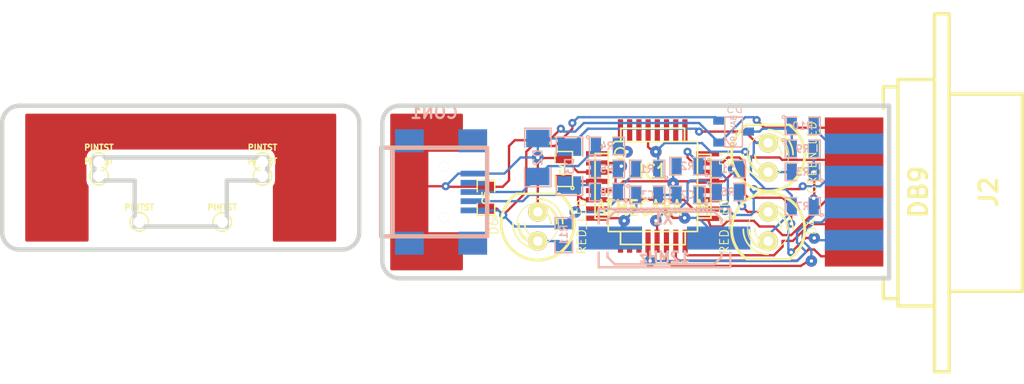
<source format=kicad_pcb>
(kicad_pcb (version 20171130) (host pcbnew 5.0.0+dfsg1-1)

  (general
    (thickness 1.6002)
    (drawings 90)
    (tracks 350)
    (zones 0)
    (modules 32)
    (nets 23)
  )

  (page A4)
  (layers
    (0 Front signal)
    (31 Back signal)
    (32 B.Adhes user hide)
    (33 F.Adhes user hide)
    (34 B.Paste user hide)
    (35 F.Paste user hide)
    (36 B.SilkS user hide)
    (37 F.SilkS user hide)
    (38 B.Mask user)
    (39 F.Mask user)
    (40 Dwgs.User user)
    (41 Cmts.User user hide)
    (42 Eco1.User user hide)
    (43 Eco2.User user hide)
    (44 Edge.Cuts user)
  )

  (setup
    (last_trace_width 0.2032)
    (trace_clearance 0.254)
    (zone_clearance 0.5)
    (zone_45_only no)
    (trace_min 0.2032)
    (segment_width 0.381)
    (edge_width 0.381)
    (via_size 0.7)
    (via_drill 0.3)
    (via_min_size 0.7)
    (via_min_drill 0.3)
    (uvia_size 0.508)
    (uvia_drill 0.127)
    (uvias_allowed no)
    (uvia_min_size 0.508)
    (uvia_min_drill 0.127)
    (pcb_text_width 0.3048)
    (pcb_text_size 1.524 2.032)
    (mod_edge_width 0.381)
    (mod_text_size 1.524 1.524)
    (mod_text_width 0.3048)
    (pad_size 1 1)
    (pad_drill 1)
    (pad_to_mask_clearance 0.254)
    (aux_axis_origin 0 0)
    (visible_elements FFFFFFBF)
    (pcbplotparams
      (layerselection 0x00030_ffffffff)
      (usegerberextensions true)
      (usegerberattributes false)
      (usegerberadvancedattributes false)
      (creategerberjobfile false)
      (excludeedgelayer true)
      (linewidth 0.150000)
      (plotframeref false)
      (viasonmask false)
      (mode 1)
      (useauxorigin false)
      (hpglpennumber 1)
      (hpglpenspeed 20)
      (hpglpendiameter 15.000000)
      (psnegative false)
      (psa4output false)
      (plotreference true)
      (plotvalue true)
      (plotinvisibletext false)
      (padsonsilk false)
      (subtractmaskfromsilk false)
      (outputformat 1)
      (mirror false)
      (drillshape 1)
      (scaleselection 1)
      (outputdirectory ""))
  )

  (net 0 "")
  (net 1 +5V)
  (net 2 GND)
  (net 3 N-000001)
  (net 4 N-0000010)
  (net 5 N-0000015)
  (net 6 N-000002)
  (net 7 N-0000022)
  (net 8 N-0000023)
  (net 9 N-000003)
  (net 10 N-0000032)
  (net 11 N-0000033)
  (net 12 N-0000034)
  (net 13 N-0000035)
  (net 14 N-0000036)
  (net 15 N-0000037)
  (net 16 N-0000038)
  (net 17 N-0000039)
  (net 18 N-000004)
  (net 19 N-0000040)
  (net 20 N-000005)
  (net 21 N-000006)
  (net 22 N-000161)

  (net_class Default "Это класс цепей по умолчанию."
    (clearance 0.254)
    (trace_width 0.2032)
    (via_dia 0.7)
    (via_drill 0.3)
    (uvia_dia 0.508)
    (uvia_drill 0.127)
    (add_net +5V)
    (add_net GND)
    (add_net N-000001)
    (add_net N-0000010)
    (add_net N-0000015)
    (add_net N-000002)
    (add_net N-0000022)
    (add_net N-0000023)
    (add_net N-000003)
    (add_net N-0000032)
    (add_net N-0000033)
    (add_net N-0000034)
    (add_net N-0000035)
    (add_net N-0000036)
    (add_net N-0000037)
    (add_net N-0000038)
    (add_net N-0000039)
    (add_net N-000004)
    (add_net N-0000040)
    (add_net N-000005)
    (add_net N-000006)
    (add_net N-000161)
  )

  (module TQFP32 (layer Front) (tedit 43A670DA) (tstamp 52B5FFF3)
    (at 91.50016 35.9998)
    (path /4E83067D)
    (fp_text reference IC1 (at 0 -1.27) (layer F.SilkS)
      (effects (font (size 1.27 1.016) (thickness 0.2032)))
    )
    (fp_text value ATMEGA8A-M (at 0 1.905) (layer F.SilkS)
      (effects (font (size 1.27 1.016) (thickness 0.2032)))
    )
    (fp_line (start 5.0292 2.7686) (end 3.8862 2.7686) (layer F.SilkS) (width 0.1524))
    (fp_line (start 5.0292 -2.7686) (end 3.9116 -2.7686) (layer F.SilkS) (width 0.1524))
    (fp_line (start 5.0292 2.7686) (end 5.0292 -2.7686) (layer F.SilkS) (width 0.1524))
    (fp_line (start 2.794 3.9624) (end 2.794 5.0546) (layer F.SilkS) (width 0.1524))
    (fp_line (start -2.8194 3.9878) (end -2.8194 5.0546) (layer F.SilkS) (width 0.1524))
    (fp_line (start -2.8448 5.0546) (end 2.794 5.08) (layer F.SilkS) (width 0.1524))
    (fp_line (start -2.794 -5.0292) (end 2.7178 -5.0546) (layer F.SilkS) (width 0.1524))
    (fp_line (start -3.8862 -3.2766) (end -3.8862 3.9116) (layer F.SilkS) (width 0.1524))
    (fp_line (start 2.7432 -5.0292) (end 2.7432 -3.9878) (layer F.SilkS) (width 0.1524))
    (fp_line (start -3.2512 -3.8862) (end 3.81 -3.8862) (layer F.SilkS) (width 0.1524))
    (fp_line (start 3.8608 3.937) (end 3.8608 -3.7846) (layer F.SilkS) (width 0.1524))
    (fp_line (start -3.8862 3.937) (end 3.7338 3.937) (layer F.SilkS) (width 0.1524))
    (fp_line (start -5.0292 -2.8448) (end -5.0292 2.794) (layer F.SilkS) (width 0.1524))
    (fp_line (start -5.0292 2.794) (end -3.8862 2.794) (layer F.SilkS) (width 0.1524))
    (fp_line (start -3.87604 -3.302) (end -3.29184 -3.8862) (layer F.SilkS) (width 0.1524))
    (fp_line (start -5.02412 -2.8448) (end -3.87604 -2.8448) (layer F.SilkS) (width 0.1524))
    (fp_line (start -2.794 -3.8862) (end -2.794 -5.03428) (layer F.SilkS) (width 0.1524))
    (fp_circle (center -2.83972 -2.86004) (end -2.43332 -2.60604) (layer F.SilkS) (width 0.1524))
    (pad 8 smd rect (at -4.81584 2.77622) (size 1.99898 0.44958) (layers Front F.Paste F.Mask)
      (net 6 N-000002))
    (pad 7 smd rect (at -4.81584 1.97612) (size 1.99898 0.44958) (layers Front F.Paste F.Mask)
      (net 3 N-000001))
    (pad 6 smd rect (at -4.81584 1.17602) (size 1.99898 0.44958) (layers Front F.Paste F.Mask)
      (net 1 +5V))
    (pad 5 smd rect (at -4.81584 0.37592) (size 1.99898 0.44958) (layers Front F.Paste F.Mask)
      (net 2 GND))
    (pad 4 smd rect (at -4.81584 -0.42418) (size 1.99898 0.44958) (layers Front F.Paste F.Mask)
      (net 1 +5V))
    (pad 3 smd rect (at -4.81584 -1.22428) (size 1.99898 0.44958) (layers Front F.Paste F.Mask)
      (net 2 GND))
    (pad 2 smd rect (at -4.81584 -2.02438) (size 1.99898 0.44958) (layers Front F.Paste F.Mask)
      (net 7 N-0000022))
    (pad 1 smd rect (at -4.81584 -2.82448) (size 1.99898 0.44958) (layers Front F.Paste F.Mask))
    (pad 24 smd rect (at 4.7498 -2.8194) (size 1.99898 0.44958) (layers Front F.Paste F.Mask))
    (pad 17 smd rect (at 4.7498 2.794) (size 1.99898 0.44958) (layers Front F.Paste F.Mask)
      (net 12 N-0000034))
    (pad 18 smd rect (at 4.7498 1.9812) (size 1.99898 0.44958) (layers Front F.Paste F.Mask)
      (net 1 +5V))
    (pad 19 smd rect (at 4.7498 1.1684) (size 1.99898 0.44958) (layers Front F.Paste F.Mask))
    (pad 20 smd rect (at 4.7498 0.381) (size 1.99898 0.44958) (layers Front F.Paste F.Mask))
    (pad 21 smd rect (at 4.7498 -0.4318) (size 1.99898 0.44958) (layers Front F.Paste F.Mask)
      (net 2 GND))
    (pad 22 smd rect (at 4.7498 -1.2192) (size 1.99898 0.44958) (layers Front F.Paste F.Mask))
    (pad 23 smd rect (at 4.7498 -2.032) (size 1.99898 0.44958) (layers Front F.Paste F.Mask)
      (net 15 N-0000037))
    (pad 32 smd rect (at -2.82448 -4.826) (size 0.44958 1.99898) (layers Front F.Paste F.Mask)
      (net 10 N-0000032))
    (pad 31 smd rect (at -2.02692 -4.826) (size 0.44958 1.99898) (layers Front F.Paste F.Mask))
    (pad 30 smd rect (at -1.22428 -4.826) (size 0.44958 1.99898) (layers Front F.Paste F.Mask))
    (pad 29 smd rect (at -0.42672 -4.826) (size 0.44958 1.99898) (layers Front F.Paste F.Mask)
      (net 19 N-0000040))
    (pad 28 smd rect (at 0.37592 -4.826) (size 0.44958 1.99898) (layers Front F.Paste F.Mask))
    (pad 27 smd rect (at 1.17348 -4.826) (size 0.44958 1.99898) (layers Front F.Paste F.Mask))
    (pad 26 smd rect (at 1.97612 -4.826) (size 0.44958 1.99898) (layers Front F.Paste F.Mask))
    (pad 25 smd rect (at 2.77368 -4.826) (size 0.44958 1.99898) (layers Front F.Paste F.Mask))
    (pad 9 smd rect (at -2.8194 4.7752) (size 0.44958 1.99898) (layers Front F.Paste F.Mask))
    (pad 10 smd rect (at -2.032 4.7752) (size 0.44958 1.99898) (layers Front F.Paste F.Mask))
    (pad 11 smd rect (at -1.2192 4.7752) (size 0.44958 1.99898) (layers Front F.Paste F.Mask))
    (pad 12 smd rect (at -0.4318 4.7752) (size 0.44958 1.99898) (layers Front F.Paste F.Mask)
      (net 14 N-0000036))
    (pad 13 smd rect (at 0.3556 4.7752) (size 0.44958 1.99898) (layers Front F.Paste F.Mask)
      (net 16 N-0000038))
    (pad 14 smd rect (at 1.1684 4.7752) (size 0.44958 1.99898) (layers Front F.Paste F.Mask)
      (net 5 N-0000015))
    (pad 15 smd rect (at 1.9812 4.7752) (size 0.44958 1.99898) (layers Front F.Paste F.Mask)
      (net 8 N-0000023))
    (pad 16 smd rect (at 2.794 4.7752) (size 0.44958 1.99898) (layers Front F.Paste F.Mask)
      (net 4 N-0000010))
    (model smd/tqfp32.wrl
      (at (xyz 0 0 0))
      (scale (xyz 1 1 1))
      (rotate (xyz 0 0 0))
    )
  )

  (module SOT23 (layer Back) (tedit 4ECF7895) (tstamp 52B5FFF4)
    (at 98.5 31.25 90)
    (tags SOT23)
    (path /52B5F9F9)
    (fp_text reference D5 (at 1.99898 0.09906) (layer B.SilkS)
      (effects (font (size 0.762 0.762) (thickness 0.0762)) (justify mirror))
    )
    (fp_text value BAV199 (at 0.0635 0 90) (layer B.SilkS)
      (effects (font (size 0.50038 0.50038) (thickness 0.0762)) (justify mirror))
    )
    (fp_line (start -0.508 -0.762) (end -1.27 -0.254) (layer B.SilkS) (width 0.127))
    (fp_line (start 1.27 -0.762) (end -1.3335 -0.762) (layer B.SilkS) (width 0.127))
    (fp_line (start -1.3335 -0.762) (end -1.3335 0.762) (layer B.SilkS) (width 0.127))
    (fp_line (start -1.3335 0.762) (end 1.27 0.762) (layer B.SilkS) (width 0.127))
    (fp_line (start 1.27 0.762) (end 1.27 -0.762) (layer B.SilkS) (width 0.127))
    (pad 3 smd rect (at 0 1.27 90) (size 0.70104 1.00076) (layers Back B.Paste B.Mask)
      (net 20 N-000005))
    (pad 2 smd rect (at 0.9525 -1.27 90) (size 0.70104 1.00076) (layers Back B.Paste B.Mask)
      (net 1 +5V))
    (pad 1 smd rect (at -0.9525 -1.27 90) (size 0.70104 1.00076) (layers Back B.Paste B.Mask)
      (net 2 GND))
    (model smd/SOT23_6.wrl
      (at (xyz 0 0 0))
      (scale (xyz 0.11 0.11 0.11))
      (rotate (xyz 0 0 -180))
    )
  )

  (module SM1206 (layer Back) (tedit 42806E24) (tstamp 52B7239F)
    (at 81.5 33.5 270)
    (path /4E830733)
    (attr smd)
    (fp_text reference D2 (at 0 0 270) (layer B.SilkS)
      (effects (font (size 0.762 0.762) (thickness 0.127)) (justify mirror))
    )
    (fp_text value 3,3V (at 0 0 270) (layer B.SilkS) hide
      (effects (font (size 0.762 0.762) (thickness 0.127)) (justify mirror))
    )
    (fp_line (start -2.54 1.143) (end -2.54 -1.143) (layer B.SilkS) (width 0.127))
    (fp_line (start -2.54 -1.143) (end -0.889 -1.143) (layer B.SilkS) (width 0.127))
    (fp_line (start 0.889 1.143) (end 2.54 1.143) (layer B.SilkS) (width 0.127))
    (fp_line (start 2.54 1.143) (end 2.54 -1.143) (layer B.SilkS) (width 0.127))
    (fp_line (start 2.54 -1.143) (end 0.889 -1.143) (layer B.SilkS) (width 0.127))
    (fp_line (start -0.889 1.143) (end -2.54 1.143) (layer B.SilkS) (width 0.127))
    (pad 1 smd rect (at -1.651 0 270) (size 1.524 2.032) (layers Back B.Paste B.Mask)
      (net 2 GND))
    (pad 2 smd rect (at 1.651 0 270) (size 1.524 2.032) (layers Back B.Paste B.Mask)
      (net 21 N-000006))
    (model smd/chip_cms.wrl
      (at (xyz 0 0 0))
      (scale (xyz 0.17 0.16 0.16))
      (rotate (xyz 0 0 0))
    )
  )

  (module SM1206 (layer Back) (tedit 42806E24) (tstamp 52B5FFF7)
    (at 84.25 34.25 270)
    (path /4E830739)
    (attr smd)
    (fp_text reference D3 (at 0 0 270) (layer B.SilkS)
      (effects (font (size 0.762 0.762) (thickness 0.127)) (justify mirror))
    )
    (fp_text value 3,3V (at 0 0 270) (layer B.SilkS) hide
      (effects (font (size 0.762 0.762) (thickness 0.127)) (justify mirror))
    )
    (fp_line (start -2.54 1.143) (end -2.54 -1.143) (layer B.SilkS) (width 0.127))
    (fp_line (start -2.54 -1.143) (end -0.889 -1.143) (layer B.SilkS) (width 0.127))
    (fp_line (start 0.889 1.143) (end 2.54 1.143) (layer B.SilkS) (width 0.127))
    (fp_line (start 2.54 1.143) (end 2.54 -1.143) (layer B.SilkS) (width 0.127))
    (fp_line (start 2.54 -1.143) (end 0.889 -1.143) (layer B.SilkS) (width 0.127))
    (fp_line (start -0.889 1.143) (end -2.54 1.143) (layer B.SilkS) (width 0.127))
    (pad 1 smd rect (at -1.651 0 270) (size 1.524 2.032) (layers Back B.Paste B.Mask)
      (net 2 GND))
    (pad 2 smd rect (at 1.651 0 270) (size 1.524 2.032) (layers Back B.Paste B.Mask)
      (net 11 N-0000033))
    (model smd/chip_cms.wrl
      (at (xyz 0 0 0))
      (scale (xyz 0.17 0.16 0.16))
      (rotate (xyz 0 0 0))
    )
  )

  (module SM0805 (layer Back) (tedit 42806E04) (tstamp 52B6E175)
    (at 104.49988 30.74962)
    (path /52B5FA01)
    (attr smd)
    (fp_text reference R10 (at 0 0) (layer B.SilkS)
      (effects (font (size 0.635 0.635) (thickness 0.127)) (justify mirror))
    )
    (fp_text value 1,5k (at 0 0) (layer B.SilkS) hide
      (effects (font (size 0.635 0.635) (thickness 0.127)) (justify mirror))
    )
    (fp_circle (center -1.651 -0.762) (end -1.651 -0.635) (layer B.SilkS) (width 0.127))
    (fp_line (start -0.508 -0.762) (end -1.524 -0.762) (layer B.SilkS) (width 0.127))
    (fp_line (start -1.524 -0.762) (end -1.524 0.762) (layer B.SilkS) (width 0.127))
    (fp_line (start -1.524 0.762) (end -0.508 0.762) (layer B.SilkS) (width 0.127))
    (fp_line (start 0.508 0.762) (end 1.524 0.762) (layer B.SilkS) (width 0.127))
    (fp_line (start 1.524 0.762) (end 1.524 -0.762) (layer B.SilkS) (width 0.127))
    (fp_line (start 1.524 -0.762) (end 0.508 -0.762) (layer B.SilkS) (width 0.127))
    (pad 1 smd rect (at -0.9525 0) (size 0.889 1.397) (layers Back B.Paste B.Mask)
      (net 20 N-000005))
    (pad 2 smd rect (at 0.9525 0) (size 0.889 1.397) (layers Back B.Paste B.Mask)
      (net 9 N-000003))
    (model smd/chip_cms.wrl
      (at (xyz 0 0 0))
      (scale (xyz 0.1 0.1 0.1))
      (rotate (xyz 0 0 0))
    )
  )

  (module SM0805 (layer Back) (tedit 42806E04) (tstamp 52B5FFFA)
    (at 104.49988 37.74986 180)
    (path /52B5F977)
    (attr smd)
    (fp_text reference R7 (at 0 0 180) (layer B.SilkS)
      (effects (font (size 0.635 0.635) (thickness 0.127)) (justify mirror))
    )
    (fp_text value 5,1k (at 0 0 180) (layer B.SilkS) hide
      (effects (font (size 0.635 0.635) (thickness 0.127)) (justify mirror))
    )
    (fp_circle (center -1.651 -0.762) (end -1.651 -0.635) (layer B.SilkS) (width 0.127))
    (fp_line (start -0.508 -0.762) (end -1.524 -0.762) (layer B.SilkS) (width 0.127))
    (fp_line (start -1.524 -0.762) (end -1.524 0.762) (layer B.SilkS) (width 0.127))
    (fp_line (start -1.524 0.762) (end -0.508 0.762) (layer B.SilkS) (width 0.127))
    (fp_line (start 0.508 0.762) (end 1.524 0.762) (layer B.SilkS) (width 0.127))
    (fp_line (start 1.524 0.762) (end 1.524 -0.762) (layer B.SilkS) (width 0.127))
    (fp_line (start 1.524 -0.762) (end 0.508 -0.762) (layer B.SilkS) (width 0.127))
    (pad 1 smd rect (at -0.9525 0 180) (size 0.889 1.397) (layers Back B.Paste B.Mask)
      (net 14 N-0000036))
    (pad 2 smd rect (at 0.9525 0 180) (size 0.889 1.397) (layers Back B.Paste B.Mask)
      (net 2 GND))
    (model smd/chip_cms.wrl
      (at (xyz 0 0 0))
      (scale (xyz 0.1 0.1 0.1))
      (rotate (xyz 0 0 0))
    )
  )

  (module SM0805 (layer Back) (tedit 42806E04) (tstamp 52B5FFFC)
    (at 98 36.5)
    (path /52B5F572)
    (attr smd)
    (fp_text reference R6 (at 0 0) (layer B.SilkS)
      (effects (font (size 0.635 0.635) (thickness 0.127)) (justify mirror))
    )
    (fp_text value 510 (at 0 0) (layer B.SilkS) hide
      (effects (font (size 0.635 0.635) (thickness 0.127)) (justify mirror))
    )
    (fp_circle (center -1.651 -0.762) (end -1.651 -0.635) (layer B.SilkS) (width 0.127))
    (fp_line (start -0.508 -0.762) (end -1.524 -0.762) (layer B.SilkS) (width 0.127))
    (fp_line (start -1.524 -0.762) (end -1.524 0.762) (layer B.SilkS) (width 0.127))
    (fp_line (start -1.524 0.762) (end -0.508 0.762) (layer B.SilkS) (width 0.127))
    (fp_line (start 0.508 0.762) (end 1.524 0.762) (layer B.SilkS) (width 0.127))
    (fp_line (start 1.524 0.762) (end 1.524 -0.762) (layer B.SilkS) (width 0.127))
    (fp_line (start 1.524 -0.762) (end 0.508 -0.762) (layer B.SilkS) (width 0.127))
    (pad 1 smd rect (at -0.9525 0) (size 0.889 1.397) (layers Back B.Paste B.Mask)
      (net 16 N-0000038))
    (pad 2 smd rect (at 0.9525 0) (size 0.889 1.397) (layers Back B.Paste B.Mask)
      (net 17 N-0000039))
    (model smd/chip_cms.wrl
      (at (xyz 0 0 0))
      (scale (xyz 0.1 0.1 0.1))
      (rotate (xyz 0 0 0))
    )
  )

  (module SM0805 (layer Back) (tedit 42806E04) (tstamp 52B5FFFE)
    (at 87.5 34.5)
    (path /4E830723)
    (attr smd)
    (fp_text reference R5 (at 0 0) (layer B.SilkS)
      (effects (font (size 0.635 0.635) (thickness 0.127)) (justify mirror))
    )
    (fp_text value 68 (at 0 0) (layer B.SilkS) hide
      (effects (font (size 0.635 0.635) (thickness 0.127)) (justify mirror))
    )
    (fp_circle (center -1.651 -0.762) (end -1.651 -0.635) (layer B.SilkS) (width 0.127))
    (fp_line (start -0.508 -0.762) (end -1.524 -0.762) (layer B.SilkS) (width 0.127))
    (fp_line (start -1.524 -0.762) (end -1.524 0.762) (layer B.SilkS) (width 0.127))
    (fp_line (start -1.524 0.762) (end -0.508 0.762) (layer B.SilkS) (width 0.127))
    (fp_line (start 0.508 0.762) (end 1.524 0.762) (layer B.SilkS) (width 0.127))
    (fp_line (start 1.524 0.762) (end 1.524 -0.762) (layer B.SilkS) (width 0.127))
    (fp_line (start 1.524 -0.762) (end 0.508 -0.762) (layer B.SilkS) (width 0.127))
    (pad 1 smd rect (at -0.9525 0) (size 0.889 1.397) (layers Back B.Paste B.Mask)
      (net 11 N-0000033))
    (pad 2 smd rect (at 0.9525 0) (size 0.889 1.397) (layers Back B.Paste B.Mask)
      (net 7 N-0000022))
    (model smd/chip_cms.wrl
      (at (xyz 0 0 0))
      (scale (xyz 0.1 0.1 0.1))
      (rotate (xyz 0 0 0))
    )
  )

  (module SM0805 (layer Back) (tedit 42806E04) (tstamp 52B60000)
    (at 87.5 32.5)
    (path /4E830725)
    (attr smd)
    (fp_text reference R4 (at 0 0) (layer B.SilkS)
      (effects (font (size 0.635 0.635) (thickness 0.127)) (justify mirror))
    )
    (fp_text value 68 (at 0 0) (layer B.SilkS) hide
      (effects (font (size 0.635 0.635) (thickness 0.127)) (justify mirror))
    )
    (fp_circle (center -1.651 -0.762) (end -1.651 -0.635) (layer B.SilkS) (width 0.127))
    (fp_line (start -0.508 -0.762) (end -1.524 -0.762) (layer B.SilkS) (width 0.127))
    (fp_line (start -1.524 -0.762) (end -1.524 0.762) (layer B.SilkS) (width 0.127))
    (fp_line (start -1.524 0.762) (end -0.508 0.762) (layer B.SilkS) (width 0.127))
    (fp_line (start 0.508 0.762) (end 1.524 0.762) (layer B.SilkS) (width 0.127))
    (fp_line (start 1.524 0.762) (end 1.524 -0.762) (layer B.SilkS) (width 0.127))
    (fp_line (start 1.524 -0.762) (end 0.508 -0.762) (layer B.SilkS) (width 0.127))
    (pad 1 smd rect (at -0.9525 0) (size 0.889 1.397) (layers Back B.Paste B.Mask)
      (net 21 N-000006))
    (pad 2 smd rect (at 0.9525 0) (size 0.889 1.397) (layers Back B.Paste B.Mask)
      (net 10 N-0000032))
    (model smd/chip_cms.wrl
      (at (xyz 0 0 0))
      (scale (xyz 0.1 0.1 0.1))
      (rotate (xyz 0 0 0))
    )
  )

  (module SM0805 (layer Back) (tedit 42806E04) (tstamp 52B60002)
    (at 104.49988 34.75012 180)
    (path /4E8B0DA7)
    (attr smd)
    (fp_text reference R3 (at 0 0 180) (layer B.SilkS)
      (effects (font (size 0.635 0.635) (thickness 0.127)) (justify mirror))
    )
    (fp_text value 510 (at 0 0 180) (layer B.SilkS) hide
      (effects (font (size 0.635 0.635) (thickness 0.127)) (justify mirror))
    )
    (fp_circle (center -1.651 -0.762) (end -1.651 -0.635) (layer B.SilkS) (width 0.127))
    (fp_line (start -0.508 -0.762) (end -1.524 -0.762) (layer B.SilkS) (width 0.127))
    (fp_line (start -1.524 -0.762) (end -1.524 0.762) (layer B.SilkS) (width 0.127))
    (fp_line (start -1.524 0.762) (end -0.508 0.762) (layer B.SilkS) (width 0.127))
    (fp_line (start 0.508 0.762) (end 1.524 0.762) (layer B.SilkS) (width 0.127))
    (fp_line (start 1.524 0.762) (end 1.524 -0.762) (layer B.SilkS) (width 0.127))
    (fp_line (start 1.524 -0.762) (end 0.508 -0.762) (layer B.SilkS) (width 0.127))
    (pad 1 smd rect (at -0.9525 0 180) (size 0.889 1.397) (layers Back B.Paste B.Mask)
      (net 14 N-0000036))
    (pad 2 smd rect (at 0.9525 0 180) (size 0.889 1.397) (layers Back B.Paste B.Mask)
      (net 18 N-000004))
    (model smd/chip_cms.wrl
      (at (xyz 0 0 0))
      (scale (xyz 0.1 0.1 0.1))
      (rotate (xyz 0 0 0))
    )
  )

  (module SM0805 (layer Back) (tedit 42806E04) (tstamp 52B60004)
    (at 94.5 34.25 180)
    (path /52B5F5F0)
    (attr smd)
    (fp_text reference R2 (at 0 0 180) (layer B.SilkS)
      (effects (font (size 0.635 0.635) (thickness 0.127)) (justify mirror))
    )
    (fp_text value 100k (at 0 0 180) (layer B.SilkS) hide
      (effects (font (size 0.635 0.635) (thickness 0.127)) (justify mirror))
    )
    (fp_circle (center -1.651 -0.762) (end -1.651 -0.635) (layer B.SilkS) (width 0.127))
    (fp_line (start -0.508 -0.762) (end -1.524 -0.762) (layer B.SilkS) (width 0.127))
    (fp_line (start -1.524 -0.762) (end -1.524 0.762) (layer B.SilkS) (width 0.127))
    (fp_line (start -1.524 0.762) (end -0.508 0.762) (layer B.SilkS) (width 0.127))
    (fp_line (start 0.508 0.762) (end 1.524 0.762) (layer B.SilkS) (width 0.127))
    (fp_line (start 1.524 0.762) (end 1.524 -0.762) (layer B.SilkS) (width 0.127))
    (fp_line (start 1.524 -0.762) (end 0.508 -0.762) (layer B.SilkS) (width 0.127))
    (pad 1 smd rect (at -0.9525 0 180) (size 0.889 1.397) (layers Back B.Paste B.Mask)
      (net 15 N-0000037))
    (pad 2 smd rect (at 0.9525 0 180) (size 0.889 1.397) (layers Back B.Paste B.Mask)
      (net 2 GND))
    (model smd/chip_cms.wrl
      (at (xyz 0 0 0))
      (scale (xyz 0.1 0.1 0.1))
      (rotate (xyz 0 0 0))
    )
  )

  (module SM0805 (layer Back) (tedit 42806E04) (tstamp 52B60006)
    (at 91 34.5 180)
    (path /4E830AE8)
    (attr smd)
    (fp_text reference R1 (at 0 0 180) (layer B.SilkS)
      (effects (font (size 0.635 0.635) (thickness 0.127)) (justify mirror))
    )
    (fp_text value 5,1k (at 0 0 180) (layer B.SilkS) hide
      (effects (font (size 0.635 0.635) (thickness 0.127)) (justify mirror))
    )
    (fp_circle (center -1.651 -0.762) (end -1.651 -0.635) (layer B.SilkS) (width 0.127))
    (fp_line (start -0.508 -0.762) (end -1.524 -0.762) (layer B.SilkS) (width 0.127))
    (fp_line (start -1.524 -0.762) (end -1.524 0.762) (layer B.SilkS) (width 0.127))
    (fp_line (start -1.524 0.762) (end -0.508 0.762) (layer B.SilkS) (width 0.127))
    (fp_line (start 0.508 0.762) (end 1.524 0.762) (layer B.SilkS) (width 0.127))
    (fp_line (start 1.524 0.762) (end 1.524 -0.762) (layer B.SilkS) (width 0.127))
    (fp_line (start 1.524 -0.762) (end 0.508 -0.762) (layer B.SilkS) (width 0.127))
    (pad 1 smd rect (at -0.9525 0 180) (size 0.889 1.397) (layers Back B.Paste B.Mask)
      (net 19 N-0000040))
    (pad 2 smd rect (at 0.9525 0 180) (size 0.889 1.397) (layers Back B.Paste B.Mask)
      (net 1 +5V))
    (model smd/chip_cms.wrl
      (at (xyz 0 0 0))
      (scale (xyz 0.1 0.1 0.1))
      (rotate (xyz 0 0 0))
    )
  )

  (module SM0805 (layer Back) (tedit 42806E04) (tstamp 52B60008)
    (at 87.5 36.5 180)
    (path /4E830727)
    (attr smd)
    (fp_text reference R8 (at 0 0 180) (layer B.SilkS)
      (effects (font (size 0.635 0.635) (thickness 0.127)) (justify mirror))
    )
    (fp_text value 1,5k (at 0 0 180) (layer B.SilkS) hide
      (effects (font (size 0.635 0.635) (thickness 0.127)) (justify mirror))
    )
    (fp_circle (center -1.651 -0.762) (end -1.651 -0.635) (layer B.SilkS) (width 0.127))
    (fp_line (start -0.508 -0.762) (end -1.524 -0.762) (layer B.SilkS) (width 0.127))
    (fp_line (start -1.524 -0.762) (end -1.524 0.762) (layer B.SilkS) (width 0.127))
    (fp_line (start -1.524 0.762) (end -0.508 0.762) (layer B.SilkS) (width 0.127))
    (fp_line (start 0.508 0.762) (end 1.524 0.762) (layer B.SilkS) (width 0.127))
    (fp_line (start 1.524 0.762) (end 1.524 -0.762) (layer B.SilkS) (width 0.127))
    (fp_line (start 1.524 -0.762) (end 0.508 -0.762) (layer B.SilkS) (width 0.127))
    (pad 1 smd rect (at -0.9525 0 180) (size 0.889 1.397) (layers Back B.Paste B.Mask)
      (net 1 +5V))
    (pad 2 smd rect (at 0.9525 0 180) (size 0.889 1.397) (layers Back B.Paste B.Mask)
      (net 11 N-0000033))
    (model smd/chip_cms.wrl
      (at (xyz 0 0 0))
      (scale (xyz 0.1 0.1 0.1))
      (rotate (xyz 0 0 0))
    )
  )

  (module SM0805 (layer Back) (tedit 42806E04) (tstamp 52B6000A)
    (at 104.5 32.75)
    (path /4E8AF31F)
    (attr smd)
    (fp_text reference R9 (at 0 0) (layer B.SilkS)
      (effects (font (size 0.635 0.635) (thickness 0.127)) (justify mirror))
    )
    (fp_text value 1,5k (at 0 0) (layer B.SilkS) hide
      (effects (font (size 0.635 0.635) (thickness 0.127)) (justify mirror))
    )
    (fp_circle (center -1.651 -0.762) (end -1.651 -0.635) (layer B.SilkS) (width 0.127))
    (fp_line (start -0.508 -0.762) (end -1.524 -0.762) (layer B.SilkS) (width 0.127))
    (fp_line (start -1.524 -0.762) (end -1.524 0.762) (layer B.SilkS) (width 0.127))
    (fp_line (start -1.524 0.762) (end -0.508 0.762) (layer B.SilkS) (width 0.127))
    (fp_line (start 0.508 0.762) (end 1.524 0.762) (layer B.SilkS) (width 0.127))
    (fp_line (start 1.524 0.762) (end 1.524 -0.762) (layer B.SilkS) (width 0.127))
    (fp_line (start 1.524 -0.762) (end 0.508 -0.762) (layer B.SilkS) (width 0.127))
    (pad 1 smd rect (at -0.9525 0) (size 0.889 1.397) (layers Back B.Paste B.Mask)
      (net 20 N-000005))
    (pad 2 smd rect (at 0.9525 0) (size 0.889 1.397) (layers Back B.Paste B.Mask)
      (net 14 N-0000036))
    (model smd/chip_cms.wrl
      (at (xyz 0 0 0))
      (scale (xyz 0.1 0.1 0.1))
      (rotate (xyz 0 0 0))
    )
  )

  (module SM0805 (layer Back) (tedit 42806E04) (tstamp 52B6000C)
    (at 83.75 40.25 270)
    (path /52B5F58E)
    (attr smd)
    (fp_text reference R11 (at 0 0 270) (layer B.SilkS)
      (effects (font (size 0.635 0.635) (thickness 0.127)) (justify mirror))
    )
    (fp_text value 510 (at 0 0 270) (layer B.SilkS) hide
      (effects (font (size 0.635 0.635) (thickness 0.127)) (justify mirror))
    )
    (fp_circle (center -1.651 -0.762) (end -1.651 -0.635) (layer B.SilkS) (width 0.127))
    (fp_line (start -0.508 -0.762) (end -1.524 -0.762) (layer B.SilkS) (width 0.127))
    (fp_line (start -1.524 -0.762) (end -1.524 0.762) (layer B.SilkS) (width 0.127))
    (fp_line (start -1.524 0.762) (end -0.508 0.762) (layer B.SilkS) (width 0.127))
    (fp_line (start 0.508 0.762) (end 1.524 0.762) (layer B.SilkS) (width 0.127))
    (fp_line (start 1.524 0.762) (end 1.524 -0.762) (layer B.SilkS) (width 0.127))
    (fp_line (start 1.524 -0.762) (end 0.508 -0.762) (layer B.SilkS) (width 0.127))
    (pad 1 smd rect (at -0.9525 0 270) (size 0.889 1.397) (layers Back B.Paste B.Mask)
      (net 1 +5V))
    (pad 2 smd rect (at 0.9525 0 270) (size 0.889 1.397) (layers Back B.Paste B.Mask)
      (net 13 N-0000035))
    (model smd/chip_cms.wrl
      (at (xyz 0 0 0))
      (scale (xyz 0.1 0.1 0.1))
      (rotate (xyz 0 0 0))
    )
  )

  (module SM0805 (layer Back) (tedit 42806E04) (tstamp 52B6000E)
    (at 98 34.5)
    (path /4E8308C2)
    (attr smd)
    (fp_text reference C1 (at 0 0) (layer B.SilkS)
      (effects (font (size 0.635 0.635) (thickness 0.127)) (justify mirror))
    )
    (fp_text value 0,1 (at 0 0) (layer B.SilkS) hide
      (effects (font (size 0.635 0.635) (thickness 0.127)) (justify mirror))
    )
    (fp_circle (center -1.651 -0.762) (end -1.651 -0.635) (layer B.SilkS) (width 0.127))
    (fp_line (start -0.508 -0.762) (end -1.524 -0.762) (layer B.SilkS) (width 0.127))
    (fp_line (start -1.524 -0.762) (end -1.524 0.762) (layer B.SilkS) (width 0.127))
    (fp_line (start -1.524 0.762) (end -0.508 0.762) (layer B.SilkS) (width 0.127))
    (fp_line (start 0.508 0.762) (end 1.524 0.762) (layer B.SilkS) (width 0.127))
    (fp_line (start 1.524 0.762) (end 1.524 -0.762) (layer B.SilkS) (width 0.127))
    (fp_line (start 1.524 -0.762) (end 0.508 -0.762) (layer B.SilkS) (width 0.127))
    (pad 1 smd rect (at -0.9525 0) (size 0.889 1.397) (layers Back B.Paste B.Mask)
      (net 1 +5V))
    (pad 2 smd rect (at 0.9525 0) (size 0.889 1.397) (layers Back B.Paste B.Mask)
      (net 2 GND))
    (model smd/chip_cms.wrl
      (at (xyz 0 0 0))
      (scale (xyz 0.1 0.1 0.1))
      (rotate (xyz 0 0 0))
    )
  )

  (module SM0805 (layer Front) (tedit 42806E04) (tstamp 52B60010)
    (at 77 37 90)
    (path /4E83129C)
    (attr smd)
    (fp_text reference C5 (at 0 0 90) (layer F.SilkS)
      (effects (font (size 0.635 0.635) (thickness 0.127)))
    )
    (fp_text value 0,1 (at 0 0 90) (layer F.SilkS) hide
      (effects (font (size 0.635 0.635) (thickness 0.127)))
    )
    (fp_circle (center -1.651 0.762) (end -1.651 0.635) (layer F.SilkS) (width 0.127))
    (fp_line (start -0.508 0.762) (end -1.524 0.762) (layer F.SilkS) (width 0.127))
    (fp_line (start -1.524 0.762) (end -1.524 -0.762) (layer F.SilkS) (width 0.127))
    (fp_line (start -1.524 -0.762) (end -0.508 -0.762) (layer F.SilkS) (width 0.127))
    (fp_line (start 0.508 -0.762) (end 1.524 -0.762) (layer F.SilkS) (width 0.127))
    (fp_line (start 1.524 -0.762) (end 1.524 0.762) (layer F.SilkS) (width 0.127))
    (fp_line (start 1.524 0.762) (end 0.508 0.762) (layer F.SilkS) (width 0.127))
    (pad 1 smd rect (at -0.9525 0 90) (size 0.889 1.397) (layers Front F.Paste F.Mask)
      (net 1 +5V))
    (pad 2 smd rect (at 0.9525 0 90) (size 0.889 1.397) (layers Front F.Paste F.Mask)
      (net 2 GND))
    (model smd/chip_cms.wrl
      (at (xyz 0 0 0))
      (scale (xyz 0.1 0.1 0.1))
      (rotate (xyz 0 0 0))
    )
  )

  (module SM0805 (layer Front) (tedit 42806E04) (tstamp 52B60012)
    (at 83.75 34.5 90)
    (path /4E8308BC)
    (attr smd)
    (fp_text reference C4 (at 0 0 90) (layer F.SilkS)
      (effects (font (size 0.635 0.635) (thickness 0.127)))
    )
    (fp_text value 0,1 (at 0 0 90) (layer F.SilkS) hide
      (effects (font (size 0.635 0.635) (thickness 0.127)))
    )
    (fp_circle (center -1.651 0.762) (end -1.651 0.635) (layer F.SilkS) (width 0.127))
    (fp_line (start -0.508 0.762) (end -1.524 0.762) (layer F.SilkS) (width 0.127))
    (fp_line (start -1.524 0.762) (end -1.524 -0.762) (layer F.SilkS) (width 0.127))
    (fp_line (start -1.524 -0.762) (end -0.508 -0.762) (layer F.SilkS) (width 0.127))
    (fp_line (start 0.508 -0.762) (end 1.524 -0.762) (layer F.SilkS) (width 0.127))
    (fp_line (start 1.524 -0.762) (end 1.524 0.762) (layer F.SilkS) (width 0.127))
    (fp_line (start 1.524 0.762) (end 0.508 0.762) (layer F.SilkS) (width 0.127))
    (pad 1 smd rect (at -0.9525 0 90) (size 0.889 1.397) (layers Front F.Paste F.Mask)
      (net 1 +5V))
    (pad 2 smd rect (at 0.9525 0 90) (size 0.889 1.397) (layers Front F.Paste F.Mask)
      (net 2 GND))
    (model smd/chip_cms.wrl
      (at (xyz 0 0 0))
      (scale (xyz 0.1 0.1 0.1))
      (rotate (xyz 0 0 0))
    )
  )

  (module SM0805 (layer Back) (tedit 42806E04) (tstamp 52B60014)
    (at 91 36.75)
    (path /4E83097F)
    (attr smd)
    (fp_text reference C3 (at 0 0) (layer B.SilkS)
      (effects (font (size 0.635 0.635) (thickness 0.127)) (justify mirror))
    )
    (fp_text value 22 (at 0 0) (layer B.SilkS) hide
      (effects (font (size 0.635 0.635) (thickness 0.127)) (justify mirror))
    )
    (fp_circle (center -1.651 -0.762) (end -1.651 -0.635) (layer B.SilkS) (width 0.127))
    (fp_line (start -0.508 -0.762) (end -1.524 -0.762) (layer B.SilkS) (width 0.127))
    (fp_line (start -1.524 -0.762) (end -1.524 0.762) (layer B.SilkS) (width 0.127))
    (fp_line (start -1.524 0.762) (end -0.508 0.762) (layer B.SilkS) (width 0.127))
    (fp_line (start 0.508 0.762) (end 1.524 0.762) (layer B.SilkS) (width 0.127))
    (fp_line (start 1.524 0.762) (end 1.524 -0.762) (layer B.SilkS) (width 0.127))
    (fp_line (start 1.524 -0.762) (end 0.508 -0.762) (layer B.SilkS) (width 0.127))
    (pad 1 smd rect (at -0.9525 0) (size 0.889 1.397) (layers Back B.Paste B.Mask)
      (net 6 N-000002))
    (pad 2 smd rect (at 0.9525 0) (size 0.889 1.397) (layers Back B.Paste B.Mask)
      (net 2 GND))
    (model smd/chip_cms.wrl
      (at (xyz 0 0 0))
      (scale (xyz 0.1 0.1 0.1))
      (rotate (xyz 0 0 0))
    )
  )

  (module SM0805 (layer Back) (tedit 42806E04) (tstamp 52B60016)
    (at 94.5 36.75 180)
    (path /4E830966)
    (attr smd)
    (fp_text reference C2 (at 0 0 180) (layer B.SilkS)
      (effects (font (size 0.635 0.635) (thickness 0.127)) (justify mirror))
    )
    (fp_text value 22 (at 0 0 180) (layer B.SilkS) hide
      (effects (font (size 0.635 0.635) (thickness 0.127)) (justify mirror))
    )
    (fp_circle (center -1.651 -0.762) (end -1.651 -0.635) (layer B.SilkS) (width 0.127))
    (fp_line (start -0.508 -0.762) (end -1.524 -0.762) (layer B.SilkS) (width 0.127))
    (fp_line (start -1.524 -0.762) (end -1.524 0.762) (layer B.SilkS) (width 0.127))
    (fp_line (start -1.524 0.762) (end -0.508 0.762) (layer B.SilkS) (width 0.127))
    (fp_line (start 0.508 0.762) (end 1.524 0.762) (layer B.SilkS) (width 0.127))
    (fp_line (start 1.524 0.762) (end 1.524 -0.762) (layer B.SilkS) (width 0.127))
    (fp_line (start 1.524 -0.762) (end 0.508 -0.762) (layer B.SilkS) (width 0.127))
    (pad 1 smd rect (at -0.9525 0 180) (size 0.889 1.397) (layers Back B.Paste B.Mask)
      (net 3 N-000001))
    (pad 2 smd rect (at 0.9525 0 180) (size 0.889 1.397) (layers Back B.Paste B.Mask)
      (net 2 GND))
    (model smd/chip_cms.wrl
      (at (xyz 0 0 0))
      (scale (xyz 0.1 0.1 0.1))
      (rotate (xyz 0 0 0))
    )
  )

  (module Q_49U3HMS (layer Back) (tedit 4E15E4D5) (tstamp 52B60017)
    (at 92.50092 40.50068 180)
    (path /4E83094A)
    (fp_text reference X1 (at 0.127 1.651 180) (layer B.SilkS)
      (effects (font (size 0.889 0.889) (thickness 0.2032)) (justify mirror))
    )
    (fp_text value 12MHz (at 0 -1.651 180) (layer B.SilkS)
      (effects (font (size 0.889 0.889) (thickness 0.2032)) (justify mirror))
    )
    (fp_line (start -4.953 1.651) (end -4.953 1.27) (layer B.SilkS) (width 0.2032))
    (fp_line (start -4.953 -1.651) (end -4.953 -1.27) (layer B.SilkS) (width 0.2032))
    (fp_line (start 4.953 -1.651) (end 4.953 -1.27) (layer B.SilkS) (width 0.2032))
    (fp_line (start 4.953 1.651) (end 4.953 1.27) (layer B.SilkS) (width 0.2032))
    (fp_line (start 5.715 2.54) (end 5.715 1.27) (layer B.SilkS) (width 0.2032))
    (fp_line (start 5.715 -2.54) (end 5.715 -1.27) (layer B.SilkS) (width 0.2032))
    (fp_line (start -5.715 -2.54) (end -5.715 -1.27) (layer B.SilkS) (width 0.2032))
    (fp_line (start -5.715 2.54) (end -5.715 1.27) (layer B.SilkS) (width 0.2032))
    (fp_line (start -4.953 -1.651) (end -4.318 -2.286) (layer B.SilkS) (width 0.2032))
    (fp_line (start -4.318 -2.286) (end 4.318 -2.286) (layer B.SilkS) (width 0.2032))
    (fp_line (start 4.318 -2.286) (end 4.953 -1.651) (layer B.SilkS) (width 0.2032))
    (fp_line (start 4.953 1.651) (end 4.318 2.286) (layer B.SilkS) (width 0.2032))
    (fp_line (start 4.318 2.286) (end -4.318 2.286) (layer B.SilkS) (width 0.2032))
    (fp_line (start -4.318 2.286) (end -4.953 1.651) (layer B.SilkS) (width 0.2032))
    (fp_line (start 5.715 -2.54) (end -5.715 -2.54) (layer B.SilkS) (width 0.2032))
    (fp_line (start -5.715 2.54) (end 5.715 2.54) (layer B.SilkS) (width 0.2032))
    (pad 1 smd rect (at -4.699 0 180) (size 5.4991 1.99898) (layers Back B.Paste B.Mask)
      (net 3 N-000001))
    (pad 2 smd rect (at 4.699 0 180) (size 5.4991 1.99898) (layers Back B.Paste B.Mask)
      (net 6 N-000002))
  )

  (module LED-5MM (layer Front) (tedit 49BFA269) (tstamp 52B60018)
    (at 81.50018 39.49992 90)
    (descr "LED 5mm - Lead pitch 100mil (2,54mm)")
    (tags "LED led 5mm 5MM 100mil 2,54mm")
    (path /52B5F55C)
    (fp_text reference D6 (at 0 -3.81 90) (layer F.SilkS)
      (effects (font (size 0.762 0.762) (thickness 0.0889)))
    )
    (fp_text value RED_LED (at 0 3.81 90) (layer F.SilkS)
      (effects (font (size 0.762 0.762) (thickness 0.0889)))
    )
    (fp_line (start 2.8448 1.905) (end 2.8448 -1.905) (layer F.SilkS) (width 0.2032))
    (fp_circle (center 0.254 0) (end -1.016 1.27) (layer F.SilkS) (width 0.0762))
    (fp_arc (start 0.254 0) (end 2.794 1.905) (angle 286.2) (layer F.SilkS) (width 0.254))
    (fp_arc (start 0.254 0) (end -0.889 0) (angle 90) (layer F.SilkS) (width 0.1524))
    (fp_arc (start 0.254 0) (end 1.397 0) (angle 90) (layer F.SilkS) (width 0.1524))
    (fp_arc (start 0.254 0) (end -1.397 0) (angle 90) (layer F.SilkS) (width 0.1524))
    (fp_arc (start 0.254 0) (end 1.905 0) (angle 90) (layer F.SilkS) (width 0.1524))
    (fp_arc (start 0.254 0) (end -1.905 0) (angle 90) (layer F.SilkS) (width 0.1524))
    (fp_arc (start 0.254 0) (end 2.413 0) (angle 90) (layer F.SilkS) (width 0.1524))
    (pad 1 thru_hole circle (at -1.27 0 90) (size 1.6764 1.6764) (drill 0.8128) (layers *.Cu F.Paste F.SilkS F.Mask)
      (net 13 N-0000035))
    (pad 2 thru_hole circle (at 1.27 0 90) (size 1.6764 1.6764) (drill 0.8128) (layers *.Cu F.Paste F.SilkS F.Mask)
      (net 2 GND))
    (model discret/leds/led5_vertical_verde.wrl
      (at (xyz 0 0 0))
      (scale (xyz 1 1 1))
      (rotate (xyz 0 0 0))
    )
  )

  (module LED-5MM (layer Front) (tedit 49BFA269) (tstamp 52B6001A)
    (at 101.50014 39.49992 270)
    (descr "LED 5mm - Lead pitch 100mil (2,54mm)")
    (tags "LED led 5mm 5MM 100mil 2,54mm")
    (path /52B5F567)
    (fp_text reference D4 (at 0 -3.81 270) (layer F.SilkS)
      (effects (font (size 0.762 0.762) (thickness 0.0889)))
    )
    (fp_text value RED_LED (at 0 3.81 270) (layer F.SilkS)
      (effects (font (size 0.762 0.762) (thickness 0.0889)))
    )
    (fp_line (start 2.8448 1.905) (end 2.8448 -1.905) (layer F.SilkS) (width 0.2032))
    (fp_circle (center 0.254 0) (end -1.016 1.27) (layer F.SilkS) (width 0.0762))
    (fp_arc (start 0.254 0) (end 2.794 1.905) (angle 286.2) (layer F.SilkS) (width 0.254))
    (fp_arc (start 0.254 0) (end -0.889 0) (angle 90) (layer F.SilkS) (width 0.1524))
    (fp_arc (start 0.254 0) (end 1.397 0) (angle 90) (layer F.SilkS) (width 0.1524))
    (fp_arc (start 0.254 0) (end -1.397 0) (angle 90) (layer F.SilkS) (width 0.1524))
    (fp_arc (start 0.254 0) (end 1.905 0) (angle 90) (layer F.SilkS) (width 0.1524))
    (fp_arc (start 0.254 0) (end -1.905 0) (angle 90) (layer F.SilkS) (width 0.1524))
    (fp_arc (start 0.254 0) (end 2.413 0) (angle 90) (layer F.SilkS) (width 0.1524))
    (pad 1 thru_hole circle (at -1.27 0 270) (size 1.6764 1.6764) (drill 0.8128) (layers *.Cu F.Paste F.SilkS F.Mask)
      (net 17 N-0000039))
    (pad 2 thru_hole circle (at 1.27 0 270) (size 1.6764 1.6764) (drill 0.8128) (layers *.Cu F.Paste F.SilkS F.Mask)
      (net 2 GND))
    (model discret/leds/led5_vertical_verde.wrl
      (at (xyz 0 0 0))
      (scale (xyz 1 1 1))
      (rotate (xyz 0 0 0))
    )
  )

  (module LED-5MM (layer Front) (tedit 49BFA269) (tstamp 52B6001C)
    (at 101.50014 33.50044 90)
    (descr "LED 5mm - Lead pitch 100mil (2,54mm)")
    (tags "LED led 5mm 5MM 100mil 2,54mm")
    (path /4E8B0DC8)
    (fp_text reference D1 (at 0 -3.81 90) (layer F.SilkS)
      (effects (font (size 0.762 0.762) (thickness 0.0889)))
    )
    (fp_text value GREEN_LED (at 0 3.81 90) (layer F.SilkS)
      (effects (font (size 0.762 0.762) (thickness 0.0889)))
    )
    (fp_line (start 2.8448 1.905) (end 2.8448 -1.905) (layer F.SilkS) (width 0.2032))
    (fp_circle (center 0.254 0) (end -1.016 1.27) (layer F.SilkS) (width 0.0762))
    (fp_arc (start 0.254 0) (end 2.794 1.905) (angle 286.2) (layer F.SilkS) (width 0.254))
    (fp_arc (start 0.254 0) (end -0.889 0) (angle 90) (layer F.SilkS) (width 0.1524))
    (fp_arc (start 0.254 0) (end 1.397 0) (angle 90) (layer F.SilkS) (width 0.1524))
    (fp_arc (start 0.254 0) (end -1.397 0) (angle 90) (layer F.SilkS) (width 0.1524))
    (fp_arc (start 0.254 0) (end 1.905 0) (angle 90) (layer F.SilkS) (width 0.1524))
    (fp_arc (start 0.254 0) (end -1.905 0) (angle 90) (layer F.SilkS) (width 0.1524))
    (fp_arc (start 0.254 0) (end 2.413 0) (angle 90) (layer F.SilkS) (width 0.1524))
    (pad 1 thru_hole circle (at -1.27 0 90) (size 1.6764 1.6764) (drill 0.8128) (layers *.Cu F.Paste F.SilkS F.Mask)
      (net 18 N-000004))
    (pad 2 thru_hole circle (at 1.27 0 90) (size 1.6764 1.6764) (drill 0.8128) (layers *.Cu F.Paste F.SilkS F.Mask)
      (net 2 GND))
    (model discret/leds/led5_vertical_verde.wrl
      (at (xyz 0 0 0))
      (scale (xyz 1 1 1))
      (rotate (xyz 0 0 0))
    )
  )

  (module DB9F_CI (layer Front) (tedit 3F98DDA0) (tstamp 52B6001D)
    (at 111.50012 36.50018 270)
    (descr "Connecteur DB9 femelle encarte")
    (tags "CONN DB9")
    (path /52B5F317)
    (fp_text reference J2 (at 0 -9.144 270) (layer F.SilkS)
      (effects (font (size 1.524 1.524) (thickness 0.3048)))
    )
    (fp_text value DB9 (at 0 -3.048 270) (layer F.SilkS)
      (effects (font (size 1.524 1.524) (thickness 0.3048)))
    )
    (fp_line (start -8.509 -12.065) (end 8.636 -12.065) (layer F.SilkS) (width 0.3048))
    (fp_line (start 9.271 -1.27) (end -9.144 -1.27) (layer F.SilkS) (width 0.3048))
    (fp_line (start 9.906 -1.27) (end 9.271 -1.27) (layer F.SilkS) (width 0.3048))
    (fp_line (start 9.906 -4.445) (end -9.779 -4.445) (layer F.SilkS) (width 0.3048))
    (fp_line (start 15.621 -4.445) (end 9.906 -4.445) (layer F.SilkS) (width 0.3048))
    (fp_line (start -15.494 -5.715) (end 15.621 -5.715) (layer F.SilkS) (width 0.3048))
    (fp_line (start 8.636 -5.715) (end 8.636 -12.065) (layer F.SilkS) (width 0.3048))
    (fp_line (start 15.621 -4.445) (end 15.621 -5.715) (layer F.SilkS) (width 0.3048))
    (fp_line (start 9.906 -1.27) (end 9.906 -4.445) (layer F.SilkS) (width 0.3048))
    (fp_line (start 7.366 0) (end 9.271 0) (layer F.SilkS) (width 0.3048))
    (fp_line (start 9.271 0) (end 9.271 -1.27) (layer F.SilkS) (width 0.3048))
    (fp_line (start -8.509 -5.715) (end -8.509 -12.065) (layer F.SilkS) (width 0.3048))
    (fp_line (start -9.779 -4.445) (end -15.494 -4.445) (layer F.SilkS) (width 0.3048))
    (fp_line (start -15.494 -4.445) (end -15.494 -5.715) (layer F.SilkS) (width 0.3048))
    (fp_line (start -9.144 -1.27) (end -9.779 -1.27) (layer F.SilkS) (width 0.3048))
    (fp_line (start -9.779 -1.27) (end -9.779 -4.445) (layer F.SilkS) (width 0.3048))
    (fp_line (start -7.239 0) (end -9.144 0) (layer F.SilkS) (width 0.3048))
    (fp_line (start -9.144 0) (end -9.144 -1.27) (layer F.SilkS) (width 0.3048))
    (pad 4 connect rect (at 2.794 2.54 270) (size 1.778 5.08) (layers Front F.Mask)
      (net 4 N-0000010))
    (pad 3 connect rect (at 0 2.54 270) (size 1.778 5.08) (layers Front F.Mask)
      (net 12 N-0000034))
    (pad 2 connect rect (at -2.794 2.54 270) (size 1.778 5.08) (layers Front F.Mask)
      (net 19 N-0000040))
    (pad 1 connect rect (at -5.588 2.54 270) (size 1.778 5.08) (layers Front F.Mask)
      (net 2 GND))
    (pad 5 connect rect (at 5.588 2.54 270) (size 1.778 5.08) (layers Front F.Mask)
      (net 8 N-0000023))
    (pad 6 connect rect (at -4.191 2.54 270) (size 1.778 5.08) (layers Back B.Mask)
      (net 9 N-000003))
    (pad 7 connect rect (at -1.397 2.54 270) (size 1.778 5.08) (layers Back B.Mask)
      (net 1 +5V))
    (pad 8 connect rect (at 1.397 2.54 270) (size 1.778 5.08) (layers Back B.Mask)
      (net 5 N-0000015))
    (pad 9 connect rect (at 4.191 2.54 270) (size 1.778 5.08) (layers Back B.Mask)
      (net 15 N-0000037))
    (model conn_DBxx/db9_female.wrl
      (offset (xyz 0 0 -0.838199987411499))
      (scale (xyz 1 1 1))
      (rotate (xyz 90 180 0))
    )
  )

  (module USB_MINI_B (layer Back) (tedit 505F99F2) (tstamp 52E80755)
    (at 72.5 36.5)
    (descr "USB Mini-B 5-pin SMD connector")
    (tags "USB, Mini-B, connector")
    (path /52B70989)
    (fp_text reference CON1 (at 0 -6.90118) (layer B.SilkS)
      (effects (font (size 1.016 1.016) (thickness 0.2032)) (justify mirror))
    )
    (fp_text value USB-MINI-B (at 0 7.0993) (layer B.SilkS) hide
      (effects (font (size 1.016 1.016) (thickness 0.2032)) (justify mirror))
    )
    (fp_line (start -3.59918 3.85064) (end -3.59918 -3.85064) (layer B.SilkS) (width 0.381))
    (fp_line (start -4.59994 3.85064) (end -4.59994 -3.85064) (layer B.SilkS) (width 0.381))
    (fp_line (start -4.59994 -3.85064) (end 4.59994 -3.85064) (layer B.SilkS) (width 0.381))
    (fp_line (start 4.59994 -3.85064) (end 4.59994 3.85064) (layer B.SilkS) (width 0.381))
    (fp_line (start 4.59994 3.85064) (end -4.59994 3.85064) (layer B.SilkS) (width 0.381))
    (pad 1 smd rect (at 3.44932 1.6002) (size 2.30124 0.50038) (layers Back B.Paste B.Mask)
      (net 1 +5V))
    (pad 2 smd rect (at 3.44932 0.8001) (size 2.30124 0.50038) (layers Back B.Paste B.Mask)
      (net 11 N-0000033))
    (pad 3 smd rect (at 3.44932 0) (size 2.30124 0.50038) (layers Back B.Paste B.Mask)
      (net 21 N-000006))
    (pad 4 smd rect (at 3.44932 -0.8001) (size 2.30124 0.50038) (layers Back B.Paste B.Mask))
    (pad 5 smd rect (at 3.44932 -1.6002) (size 2.30124 0.50038) (layers Back B.Paste B.Mask)
      (net 2 GND))
    (pad 6 smd rect (at 3.35026 4.45008) (size 2.49936 1.99898) (layers Back B.Paste B.Mask))
    (pad 7 smd rect (at -2.14884 4.45008) (size 2.49936 1.99898) (layers Back B.Paste B.Mask))
    (pad 8 smd rect (at 3.35026 -4.45008) (size 2.49936 1.99898) (layers Back B.Paste B.Mask))
    (pad 9 smd rect (at -2.14884 -4.45008) (size 2.49936 1.99898) (layers Back B.Paste B.Mask))
    (pad "" np_thru_hole circle (at 0.8509 2.19964) (size 0.89916 0.89916) (drill 0.89916) (layers *.Cu *.Mask B.SilkS))
    (pad 2 np_thru_hole circle (at 0.8509 -2.19964) (size 0.89916 0.89916) (drill 0.89916) (layers *.Cu *.Mask B.SilkS)
      (net 11 N-0000033))
  )

  (module PINTST (layer Front) (tedit 550F0C75) (tstamp 550F7427)
    (at 57.6 35.1)
    (descr "module 1 pin (ou trou mecanique de percage)")
    (tags DEV)
    (fp_text reference PINTST (at 0 -1.26746) (layer F.SilkS)
      (effects (font (size 0.508 0.508) (thickness 0.127)))
    )
    (fp_text value Val* (at 0 1.27) (layer F.SilkS) hide
      (effects (font (size 0.508 0.508) (thickness 0.127)))
    )
    (fp_circle (center 0 0) (end -0.254 -0.762) (layer F.SilkS) (width 0.127))
    (pad "" np_thru_hole circle (at 0 0) (size 1 1) (drill 1) (layers *.Cu *.Mask F.SilkS))
    (model pin_array/pin_array_1x1.wrl
      (at (xyz 0 0 0))
      (scale (xyz 1 1 1))
      (rotate (xyz 0 0 0))
    )
  )

  (module PINTST (layer Front) (tedit 3D649DF9) (tstamp 55103BE0)
    (at 57.6 33.9)
    (descr "module 1 pin (ou trou mecanique de percage)")
    (tags DEV)
    (fp_text reference PINTST (at 0 -1.26746) (layer F.SilkS)
      (effects (font (size 0.508 0.508) (thickness 0.127)))
    )
    (fp_text value Val* (at 0 1.27) (layer F.SilkS) hide
      (effects (font (size 0.508 0.508) (thickness 0.127)))
    )
    (fp_circle (center 0 0) (end -0.254 -0.762) (layer F.SilkS) (width 0.127))
    (pad 1 np_thru_hole circle (at 0 0) (size 1 1) (drill 1) (layers *.Cu *.Mask F.SilkS)
      (net 22 N-000161))
    (model pin_array/pin_array_1x1.wrl
      (at (xyz 0 0 0))
      (scale (xyz 1 1 1))
      (rotate (xyz 0 0 0))
    )
  )

  (module PINTST (layer Front) (tedit 3D649DF9) (tstamp 550F743D)
    (at 43.4 33.9)
    (descr "module 1 pin (ou trou mecanique de percage)")
    (tags DEV)
    (fp_text reference PINTST (at 0 -1.26746) (layer F.SilkS)
      (effects (font (size 0.508 0.508) (thickness 0.127)))
    )
    (fp_text value Val* (at 0 1.27) (layer F.SilkS) hide
      (effects (font (size 0.508 0.508) (thickness 0.127)))
    )
    (fp_circle (center 0 0) (end -0.254 -0.762) (layer F.SilkS) (width 0.127))
    (pad 1 np_thru_hole circle (at 0 0) (size 1 1) (drill 1) (layers *.Cu *.Mask F.SilkS)
      (net 22 N-000161))
    (model pin_array/pin_array_1x1.wrl
      (at (xyz 0 0 0))
      (scale (xyz 1 1 1))
      (rotate (xyz 0 0 0))
    )
  )

  (module PINTST (layer Front) (tedit 3D649DF9) (tstamp 55103BAB)
    (at 43.4 35.1)
    (descr "module 1 pin (ou trou mecanique de percage)")
    (tags DEV)
    (fp_text reference PINTST (at 0 -1.26746) (layer F.SilkS)
      (effects (font (size 0.508 0.508) (thickness 0.127)))
    )
    (fp_text value Val* (at 0 1.27) (layer F.SilkS) hide
      (effects (font (size 0.508 0.508) (thickness 0.127)))
    )
    (fp_circle (center 0 0) (end -0.254 -0.762) (layer F.SilkS) (width 0.127))
    (pad 1 np_thru_hole circle (at 0 0) (size 1 1) (drill 1) (layers *.Cu *.Mask F.SilkS)
      (net 22 N-000161))
    (model pin_array/pin_array_1x1.wrl
      (at (xyz 0 0 0))
      (scale (xyz 1 1 1))
      (rotate (xyz 0 0 0))
    )
  )

  (module PINTST (layer Front) (tedit 3D649DF9) (tstamp 55103BB6)
    (at 46.9 39.1)
    (descr "module 1 pin (ou trou mecanique de percage)")
    (tags DEV)
    (fp_text reference PINTST (at 0 -1.26746) (layer F.SilkS)
      (effects (font (size 0.508 0.508) (thickness 0.127)))
    )
    (fp_text value Val* (at 0 1.27) (layer F.SilkS) hide
      (effects (font (size 0.508 0.508) (thickness 0.127)))
    )
    (fp_circle (center 0 0) (end -0.254 -0.762) (layer F.SilkS) (width 0.127))
    (pad 1 np_thru_hole circle (at 0 0) (size 1 1) (drill 1) (layers *.Cu *.Mask F.SilkS)
      (net 22 N-000161))
    (model pin_array/pin_array_1x1.wrl
      (at (xyz 0 0 0))
      (scale (xyz 1 1 1))
      (rotate (xyz 0 0 0))
    )
  )

  (module PINTST (layer Front) (tedit 3D649DF9) (tstamp 55103BC1)
    (at 54.1 39.1)
    (descr "module 1 pin (ou trou mecanique de percage)")
    (tags DEV)
    (fp_text reference PINTST (at 0 -1.26746) (layer F.SilkS)
      (effects (font (size 0.508 0.508) (thickness 0.127)))
    )
    (fp_text value Val* (at 0 1.27) (layer F.SilkS) hide
      (effects (font (size 0.508 0.508) (thickness 0.127)))
    )
    (fp_circle (center 0 0) (end -0.254 -0.762) (layer F.SilkS) (width 0.127))
    (pad 1 np_thru_hole circle (at 0 0) (size 1 1) (drill 1) (layers *.Cu *.Mask F.SilkS)
      (net 22 N-000161))
    (model pin_array/pin_array_1x1.wrl
      (at (xyz 0 0 0))
      (scale (xyz 1 1 1))
      (rotate (xyz 0 0 0))
    )
  )

  (gr_text 1 (at 70.5 36.5) (layer Dwgs.User)
    (effects (font (size 2.032 1.524) (thickness 0.3048)))
  )
  (gr_circle (center 70.5 36.5) (end 72 38) (layer Dwgs.User) (width 0.381))
  (gr_circle (center 50.5 36) (end 53 36) (layer Dwgs.User) (width 0.381))
  (gr_text 0,5 (at 50.5 36) (layer Dwgs.User)
    (effects (font (size 2.032 1.524) (thickness 0.3048)))
  )
  (gr_line (start 68 30.5) (end 68 42.5) (angle 90) (layer Edge.Cuts) (width 0.381))
  (gr_line (start 112 44) (end 69.5 44) (angle 90) (layer Edge.Cuts) (width 0.381))
  (gr_line (start 69.5 29) (end 112 29) (angle 90) (layer Edge.Cuts) (width 0.381))
  (gr_arc (start 69.5 42.5) (end 69.5 44) (angle 90) (layer Edge.Cuts) (width 0.381))
  (gr_arc (start 69.5 30.5) (end 68 30.5) (angle 90) (layer Edge.Cuts) (width 0.381))
  (gr_line (start 87 43) (end 87 44) (angle 90) (layer Dwgs.User) (width 0.381))
  (gr_line (start 77 43) (end 87 43) (angle 90) (layer Dwgs.User) (width 0.381))
  (gr_line (start 77 44) (end 77 43) (angle 90) (layer Dwgs.User) (width 0.381))
  (gr_line (start 87 30) (end 87 29) (angle 90) (layer Dwgs.User) (width 0.381))
  (gr_line (start 77 30) (end 87 30) (angle 90) (layer Dwgs.User) (width 0.381))
  (gr_line (start 77 29) (end 77 30) (angle 90) (layer Dwgs.User) (width 0.381))
  (gr_line (start 100 43) (end 100 44) (angle 90) (layer Dwgs.User) (width 0.381))
  (gr_line (start 110 43) (end 100 43) (angle 90) (layer Dwgs.User) (width 0.381))
  (gr_line (start 110 44) (end 110 43) (angle 90) (layer Dwgs.User) (width 0.381))
  (gr_line (start 100 30) (end 100 29) (angle 90) (layer Dwgs.User) (width 0.381))
  (gr_line (start 110 30) (end 100 30) (angle 90) (layer Dwgs.User) (width 0.381))
  (gr_line (start 110 29) (end 110 30) (angle 90) (layer Dwgs.User) (width 0.381))
  (gr_line (start 93 36.5) (end 94 36.5) (angle 90) (layer Dwgs.User) (width 0.381))
  (gr_line (start 93.5 36) (end 93.5 37) (angle 90) (layer Dwgs.User) (width 0.381))
  (gr_line (start 74.5 36) (end 74.5 37) (angle 90) (layer Dwgs.User) (width 0.381))
  (gr_line (start 112.5 36) (end 112.5 37) (angle 90) (layer Dwgs.User) (width 0.381))
  (gr_circle (center 101.5 33.5) (end 101.5 36) (layer Dwgs.User) (width 0.381))
  (gr_circle (center 101.5 39.5) (end 101.5 37) (layer Dwgs.User) (width 0.381))
  (gr_circle (center 81.5 39.5) (end 81.5 37) (layer Dwgs.User) (width 0.381))
  (gr_line (start 111.5 53) (end 120 53) (angle 90) (layer Dwgs.User) (width 0.381))
  (gr_line (start 111.5 46) (end 111.5 53) (angle 90) (layer Dwgs.User) (width 0.381))
  (gr_line (start 75.5 46) (end 111.5 46) (angle 90) (layer Dwgs.User) (width 0.381))
  (gr_line (start 75.5 53) (end 75.5 46) (angle 90) (layer Dwgs.User) (width 0.381))
  (gr_line (start 67 53) (end 75.5 53) (angle 90) (layer Dwgs.User) (width 0.381))
  (gr_line (start 111.5 20) (end 120 20) (angle 90) (layer Dwgs.User) (width 0.381))
  (gr_line (start 111.5 27) (end 111.5 20) (angle 90) (layer Dwgs.User) (width 0.381))
  (gr_line (start 75.5 27) (end 111.5 27) (angle 90) (layer Dwgs.User) (width 0.381))
  (gr_line (start 75.5 20) (end 75.5 27) (angle 90) (layer Dwgs.User) (width 0.381))
  (gr_line (start 67 20) (end 75.5 20) (angle 90) (layer Dwgs.User) (width 0.381))
  (gr_line (start 113 44) (end 74 44) (angle 90) (layer Dwgs.User) (width 0.381))
  (gr_line (start 113 52) (end 113 44) (angle 90) (layer Dwgs.User) (width 0.381))
  (gr_line (start 74 52) (end 74 44) (angle 90) (layer Dwgs.User) (width 0.381))
  (gr_line (start 113 29) (end 74 29) (angle 90) (layer Dwgs.User) (width 0.381))
  (gr_line (start 113 21) (end 113 29) (angle 90) (layer Dwgs.User) (width 0.381))
  (gr_line (start 74 21) (end 74 29) (angle 90) (layer Dwgs.User) (width 0.381))
  (gr_line (start 71 21) (end 74 21) (angle 90) (layer Dwgs.User) (width 0.381))
  (gr_line (start 71 23.5) (end 71 21) (angle 90) (layer Dwgs.User) (width 0.381))
  (gr_line (start 69 23.5) (end 71 23.5) (angle 90) (layer Dwgs.User) (width 0.381))
  (gr_line (start 69 21) (end 69 23.5) (angle 90) (layer Dwgs.User) (width 0.381))
  (gr_line (start 68 21) (end 69 21) (angle 90) (layer Dwgs.User) (width 0.381))
  (gr_line (start 71 52) (end 74 52) (angle 90) (layer Dwgs.User) (width 0.381))
  (gr_line (start 71 49.5) (end 71 52) (angle 90) (layer Dwgs.User) (width 0.381))
  (gr_line (start 69 49.5) (end 71 49.5) (angle 90) (layer Dwgs.User) (width 0.381))
  (gr_line (start 69 52) (end 69 49.5) (angle 90) (layer Dwgs.User) (width 0.381))
  (gr_line (start 68 52) (end 69 52) (angle 90) (layer Dwgs.User) (width 0.381))
  (gr_line (start 116 52) (end 113 52) (angle 90) (layer Dwgs.User) (width 0.381))
  (gr_line (start 116 21) (end 113 21) (angle 90) (layer Dwgs.User) (width 0.381))
  (gr_line (start 116 49.5) (end 116 52) (angle 90) (layer Dwgs.User) (width 0.381))
  (gr_line (start 118 49.5) (end 116 49.5) (angle 90) (layer Dwgs.User) (width 0.381))
  (gr_line (start 118 52) (end 118 49.5) (angle 90) (layer Dwgs.User) (width 0.381))
  (gr_line (start 119 52) (end 118 52) (angle 90) (layer Dwgs.User) (width 0.381))
  (gr_line (start 116 23.5) (end 116 21) (angle 90) (layer Dwgs.User) (width 0.381))
  (gr_line (start 118 23.5) (end 116 23.5) (angle 90) (layer Dwgs.User) (width 0.381))
  (gr_line (start 118 22.5) (end 118 23.5) (angle 90) (layer Dwgs.User) (width 0.381))
  (gr_line (start 118 21) (end 118 22.5) (angle 90) (layer Dwgs.User) (width 0.381))
  (gr_line (start 119 21) (end 118 21) (angle 90) (layer Dwgs.User) (width 0.381))
  (gr_line (start 119 21) (end 119 52) (angle 90) (layer Dwgs.User) (width 0.381))
  (gr_line (start 68 21) (end 68 52) (angle 90) (layer Dwgs.User) (width 0.381))
  (gr_line (start 67 20) (end 67 53) (angle 90) (layer Dwgs.User) (width 0.381))
  (gr_line (start 120 20) (end 120 53) (angle 90) (layer Dwgs.User) (width 0.381))
  (gr_line (start 46.5 35.5) (end 43 35.5) (angle 90) (layer Edge.Cuts) (width 0.381))
  (gr_line (start 54.5 35.5) (end 58 35.5) (angle 90) (layer Edge.Cuts) (width 0.381))
  (gr_line (start 54.5 39.5) (end 54.5 35.5) (angle 90) (layer Edge.Cuts) (width 0.381))
  (gr_line (start 46.5 39.5) (end 54.5 39.5) (angle 90) (layer Edge.Cuts) (width 0.381))
  (gr_line (start 46.5 35.5) (end 46.5 39.5) (angle 90) (layer Edge.Cuts) (width 0.381))
  (gr_line (start 43 33.5) (end 58 33.5) (angle 90) (layer Edge.Cuts) (width 0.381))
  (gr_line (start 58 33.5) (end 58 35.5) (angle 90) (layer Edge.Cuts) (width 0.381))
  (gr_line (start 43 33.5) (end 43 35.5) (angle 90) (layer Edge.Cuts) (width 0.381))
  (gr_line (start 35 40) (end 35 30.5) (angle 90) (layer Edge.Cuts) (width 0.381))
  (gr_line (start 64.5 41.5) (end 36.5 41.5) (angle 90) (layer Edge.Cuts) (width 0.381))
  (gr_line (start 66 30.5) (end 66 40) (angle 90) (layer Edge.Cuts) (width 0.381))
  (gr_line (start 36.5 29) (end 64.5 29) (angle 90) (layer Edge.Cuts) (width 0.381))
  (gr_arc (start 64.5 30.5) (end 64.5 29) (angle 90) (layer Edge.Cuts) (width 0.381))
  (gr_arc (start 64.5 40) (end 66 40) (angle 90) (layer Edge.Cuts) (width 0.381))
  (gr_arc (start 36.5 30.5) (end 35 30.5) (angle 90) (layer Edge.Cuts) (width 0.381))
  (gr_arc (start 36.5 40) (end 36.5 41.5) (angle 90) (layer Edge.Cuts) (width 0.381))
  (gr_line (start 112 29) (end 112 44) (angle 90) (layer Edge.Cuts) (width 0.381))
  (gr_line (start 111.50012 35.49942) (end 111.50012 37.50094) (angle 90) (layer Dwgs.User) (width 0.381))
  (gr_line (start 110.49936 36.50018) (end 112.50088 36.50018) (angle 90) (layer Dwgs.User) (width 0.381))
  (gr_line (start 74.49994 36.50018) (end 76.49892 36.50018) (angle 90) (layer Dwgs.User) (width 0.381))
  (gr_line (start 75.5007 35.49942) (end 75.5007 37.50094) (angle 90) (layer Dwgs.User) (width 0.381))

  (segment (start 78.5 38.5) (end 80.5 36.5) (width 0.2032) (layer Front) (net 1))
  (segment (start 84.5 31) (end 83 32.5) (width 0.2032) (layer Front) (net 1) (tstamp 550EACEC))
  (segment (start 83 32.5) (end 81 32.5) (width 0.2032) (layer Front) (net 1) (tstamp 550EACED))
  (segment (start 81 32.5) (end 80.5 33) (width 0.2032) (layer Front) (net 1) (tstamp 550EACF0))
  (segment (start 80.5 33) (end 80.5 35) (width 0.2032) (layer Front) (net 1) (tstamp 550EACF1))
  (segment (start 85.5 30) (end 85 30) (width 0.2032) (layer Back) (net 1))
  (via (at 84.5 30.5) (size 0.7) (layers Front Back) (net 1))
  (segment (start 85 30) (end 84.5 30.5) (width 0.2032) (layer Back) (net 1) (tstamp 550EACD9))
  (segment (start 94.25 30) (end 96.9325 30) (width 0.2032) (layer Back) (net 1))
  (segment (start 96.9325 30) (end 97.23 30.2975) (width 0.2032) (layer Back) (net 1) (tstamp 52B72B3A))
  (segment (start 85.5 30) (end 86 30) (width 0.2032) (layer Back) (net 1) (tstamp 550EACD7))
  (segment (start 86 30) (end 94.25 30) (width 0.2032) (layer Back) (net 1) (tstamp 550EACB9))
  (segment (start 84.5 30.5) (end 84.5 31) (width 0.2032) (layer Front) (net 1))
  (segment (start 80.5 35) (end 80.5 36.5) (width 0.2032) (layer Front) (net 1))
  (segment (start 83.75 39.2975) (end 83.2025 39.2975) (width 0.2032) (layer Back) (net 1))
  (segment (start 79.5 39.5) (end 78.5 38.5) (width 0.2032) (layer Back) (net 1) (tstamp 550F02FE))
  (segment (start 83 39.5) (end 79.5 39.5) (width 0.2032) (layer Back) (net 1) (tstamp 550F02FD))
  (segment (start 83.2025 39.2975) (end 83 39.5) (width 0.2032) (layer Back) (net 1) (tstamp 550F02FA))
  (segment (start 77 37.9525) (end 77.9525 37.9525) (width 0.2032) (layer Front) (net 1))
  (segment (start 77.9525 37.9525) (end 78.5 38.5) (width 0.2032) (layer Front) (net 1) (tstamp 550F02E1))
  (via (at 78.5 38.5) (size 0.7) (layers Front Back) (net 1))
  (segment (start 78.1002 38.1002) (end 75.94932 38.1002) (width 0.2032) (layer Back) (net 1) (tstamp 550F02EC))
  (segment (start 78.5 38.5) (end 78.1002 38.1002) (width 0.2032) (layer Back) (net 1) (tstamp 550F02EB))
  (segment (start 105.5 35.9998) (end 104.5002 35.9998) (width 0.2032) (layer Back) (net 1))
  (segment (start 104.5 36) (end 104.25 36.25) (width 0.2032) (layer Front) (net 1) (tstamp 52E811C6))
  (via (at 104.5 36) (size 0.7) (layers Front Back) (net 1))
  (segment (start 104.5002 35.9998) (end 104.5 36) (width 0.2032) (layer Back) (net 1) (tstamp 52E811C4))
  (segment (start 104.25 36.25) (end 104 36.25) (width 0.2032) (layer Front) (net 1) (tstamp 52E811C7))
  (segment (start 103.5 36.25) (end 100.25 36.25) (width 0.2032) (layer Front) (net 1))
  (segment (start 100.25 36.25) (end 100.25 37) (width 0.2032) (layer Back) (net 1) (tstamp 52E8118E))
  (via (at 100.25 36.25) (size 0.7) (layers Front Back) (net 1))
  (segment (start 97.75 38) (end 98 38) (width 0.2032) (layer Back) (net 1))
  (segment (start 98 38) (end 98.5 38.5) (width 0.2032) (layer Back) (net 1) (tstamp 52E81153))
  (segment (start 100.25 38.25) (end 100.25 37.5) (width 0.2032) (layer Back) (net 1) (tstamp 52E81159))
  (segment (start 100 38.5) (end 100.25 38.25) (width 0.2032) (layer Back) (net 1) (tstamp 52E81158))
  (segment (start 98.5 38.5) (end 100 38.5) (width 0.2032) (layer Back) (net 1) (tstamp 52E81156))
  (segment (start 105.75 35.9998) (end 105.5 35.9998) (width 0.2032) (layer Back) (net 1))
  (segment (start 103.5 36.25) (end 104 36.25) (width 0.2032) (layer Front) (net 1) (tstamp 52E81188))
  (segment (start 104 36.25) (end 104.25 36.25) (width 0.2032) (layer Front) (net 1) (tstamp 52E811CA))
  (segment (start 100.25 37) (end 100.25 37.5) (width 0.2032) (layer Back) (net 1) (tstamp 52E81191))
  (segment (start 108.96012 35.10318) (end 106.89764 35.10318) (width 0.2032) (layer Back) (net 1))
  (segment (start 106.00102 35.9998) (end 105.75 35.9998) (width 0.2032) (layer Back) (net 1))
  (segment (start 106.89764 35.10318) (end 106.00102 35.9998) (width 0.2032) (layer Back) (net 1))
  (segment (start 97.75 38) (end 97.75 37.75) (width 0.2032) (layer Back) (net 1))
  (segment (start 98 35.4525) (end 97.0475 34.5) (width 0.2032) (layer Back) (net 1) (tstamp 52B77AE2))
  (segment (start 98 37.5) (end 98 35.4525) (width 0.2032) (layer Back) (net 1) (tstamp 52B77AE1))
  (segment (start 97.75 37.75) (end 98 37.5) (width 0.2032) (layer Back) (net 1) (tstamp 52B77AE0))
  (via (at 97.75 38) (size 1.00076) (layers Front Back) (net 1))
  (segment (start 97.731 37.981) (end 97.76888 37.981) (width 0.2032) (layer Front) (net 1) (tstamp 52B7778C))
  (segment (start 97.76888 37.981) (end 96.24996 37.981) (width 0.2032) (layer Front) (net 1) (status 20))
  (segment (start 97.75 38) (end 97.731 37.981) (width 0.2032) (layer Front) (net 1) (tstamp 52B7778B))
  (segment (start 84.75 38.25) (end 84.75 38.2975) (width 0.2032) (layer Back) (net 1))
  (segment (start 84.75 38.2975) (end 83.75 39.2975) (width 0.2032) (layer Back) (net 1) (tstamp 52B720DC))
  (segment (start 88.4525 36.5) (end 88.4525 37.0475) (width 0.2032) (layer Back) (net 1))
  (segment (start 85.0003 37.9997) (end 85.0003 36.7491) (width 0.2032) (layer Front) (net 1) (tstamp 52B71EF5))
  (segment (start 84.75 38.25) (end 85.0003 37.9997) (width 0.2032) (layer Front) (net 1) (tstamp 52B71EF4))
  (via (at 84.75 38.25) (size 1.00076) (layers Front Back) (net 1))
  (segment (start 87.25 38.25) (end 84.75 38.25) (width 0.2032) (layer Back) (net 1) (tstamp 52B71EEA))
  (segment (start 88.4525 37.0475) (end 87.25 38.25) (width 0.2032) (layer Back) (net 1) (tstamp 52B71EE8))
  (segment (start 85.0003 35.75088) (end 84.04838 35.75088) (width 0.2032) (layer Front) (net 1))
  (segment (start 84.04838 35.75088) (end 83.75 35.4525) (width 0.2032) (layer Front) (net 1) (tstamp 52B71EB2))
  (segment (start 90.0475 34.5) (end 90.0475 34.7025) (width 0.2032) (layer Back) (net 1))
  (segment (start 88.4525 36.2975) (end 88.4525 36.5) (width 0.2032) (layer Back) (net 1) (tstamp 52B71E76))
  (segment (start 90.0475 34.7025) (end 88.4525 36.2975) (width 0.2032) (layer Back) (net 1) (tstamp 52B71E73))
  (segment (start 85.0003 35.75088) (end 85.0003 36.7491) (width 0.2032) (layer Front) (net 1))
  (segment (start 86.68432 35.57562) (end 85.17556 35.57562) (width 0.2032) (layer Front) (net 1) (status 10))
  (segment (start 94.17478 37.17582) (end 86.68432 37.17582) (width 0.2032) (layer Front) (net 1) (status 20))
  (segment (start 85.17556 35.57562) (end 85.0003 35.75088) (width 0.2032) (layer Front) (net 1))
  (segment (start 85.0003 36.7491) (end 85.42702 37.17582) (width 0.2032) (layer Front) (net 1))
  (segment (start 85.42702 37.17582) (end 86.68432 37.17582) (width 0.2032) (layer Front) (net 1) (status 20))
  (segment (start 96.24996 37.981) (end 94.97996 37.981) (width 0.2032) (layer Front) (net 1) (status 10))
  (segment (start 94.97996 37.981) (end 94.17478 37.17582) (width 0.2032) (layer Front) (net 1))
  (segment (start 73.5 36) (end 70.5 36) (width 0.2032) (layer Front) (net 2))
  (segment (start 79.5 32) (end 79 32.5) (width 0.2032) (layer Front) (net 2))
  (segment (start 83.5 31) (end 83.75 31.25) (width 0.2032) (layer Back) (net 2))
  (segment (start 84.75 31.25) (end 85.5 30.5) (width 0.2032) (layer Back) (net 2) (tstamp 550EACB4))
  (segment (start 83.75 31.25) (end 84.75 31.25) (width 0.2032) (layer Back) (net 2) (tstamp 550EACB3))
  (segment (start 82.5 32) (end 79.5 32) (width 0.2032) (layer Front) (net 2) (tstamp 550EACEA))
  (via (at 83.5 31) (size 0.7) (layers Front Back) (net 2))
  (segment (start 95 30.5) (end 95.49852 30.5) (width 0.2032) (layer Back) (net 2))
  (segment (start 95 30.5) (end 85.5 30.5) (width 0.2032) (layer Back) (net 2) (tstamp 52B72B3D))
  (segment (start 97.20102 32.2025) (end 95.49852 30.5) (width 0.2032) (layer Back) (net 2) (tstamp 52B72B3F))
  (segment (start 83.5 31) (end 82.5 32) (width 0.2032) (layer Front) (net 2))
  (segment (start 78.4525 36.0475) (end 77 36.0475) (width 0.2032) (layer Front) (net 2) (tstamp 550F0368))
  (segment (start 79 35.5) (end 78.4525 36.0475) (width 0.2032) (layer Front) (net 2) (tstamp 550F0366))
  (segment (start 79 32.5) (end 79 35.5) (width 0.2032) (layer Front) (net 2) (tstamp 550F0364))
  (segment (start 75.94932 34.8998) (end 74.6002 34.8998) (width 0.2032) (layer Back) (net 2))
  (segment (start 74.6002 34.8998) (end 73.5 36) (width 0.2032) (layer Back) (net 2) (tstamp 550F0329))
  (via (at 73.5 36) (size 0.7) (layers Front Back) (net 2))
  (segment (start 73.5 36) (end 73.5475 36.0475) (width 0.2032) (layer Front) (net 2) (tstamp 550F0332))
  (segment (start 73.5475 36.0475) (end 77 36.0475) (width 0.2032) (layer Front) (net 2) (tstamp 550F0333))
  (segment (start 75.94932 34.8998) (end 78.6002 34.8998) (width 0.2032) (layer Back) (net 2))
  (segment (start 80 33.5) (end 81.5 33.5) (width 0.2032) (layer Back) (net 2) (tstamp 550F0270))
  (segment (start 78.6002 34.8998) (end 80 33.5) (width 0.2032) (layer Back) (net 2) (tstamp 550F026E))
  (segment (start 81.5 33.5) (end 81.5 38.22974) (width 0.2032) (layer Front) (net 2))
  (segment (start 81.5 38.22974) (end 81.50018 38.22992) (width 0.2032) (layer Front) (net 2) (tstamp 550EAD03))
  (segment (start 86 31) (end 85.849 31) (width 0.2032) (layer Back) (net 2))
  (segment (start 85.849 31) (end 84.25 32.599) (width 0.2032) (layer Back) (net 2) (tstamp 550EAC9E))
  (segment (start 101.50014 32.23044) (end 100.48044 32.23044) (width 0.2032) (layer Front) (net 2))
  (segment (start 85.849 31) (end 84.25 32.599) (width 0.2032) (layer Back) (net 2) (tstamp 52E812DA))
  (segment (start 95.25 31) (end 86 31) (width 0.2032) (layer Back) (net 2) (tstamp 52E812D9))
  (segment (start 95.5 31.25) (end 95.25 31) (width 0.2032) (layer Back) (net 2) (tstamp 52E812D8))
  (via (at 95.5 31.25) (size 0.7) (layers Front Back) (net 2))
  (segment (start 99.5 31.25) (end 95.5 31.25) (width 0.2032) (layer Front) (net 2) (tstamp 52E812C8))
  (segment (start 100.48044 32.23044) (end 99.5 31.25) (width 0.2032) (layer Front) (net 2) (tstamp 52E812C6))
  (segment (start 99.5 30) (end 100.25 30) (width 0.2032) (layer Back) (net 2))
  (segment (start 97.2975 32.2025) (end 99.5 30) (width 0.2032) (layer Back) (net 2) (tstamp 52E81295))
  (segment (start 97.23 32.2025) (end 97.2975 32.2025) (width 0.2032) (layer Back) (net 2))
  (segment (start 101.16218 30.91218) (end 108.96012 30.91218) (width 0.2032) (layer Front) (net 2) (tstamp 52E812C0))
  (segment (start 100.5 30.25) (end 101.16218 30.91218) (width 0.2032) (layer Front) (net 2) (tstamp 52E812BF))
  (via (at 100.5 30.25) (size 0.7) (layers Front Back) (net 2))
  (segment (start 100.25 30) (end 100.5 30.25) (width 0.2032) (layer Back) (net 2) (tstamp 52E812BB))
  (segment (start 103.54738 37.74986) (end 103.54738 36.79738) (width 0.2032) (layer Back) (net 2))
  (segment (start 100.25 33.25) (end 100.25 32.2025) (width 0.2032) (layer Back) (net 2) (tstamp 52E811BB))
  (segment (start 100 33.5) (end 100.25 33.25) (width 0.2032) (layer Back) (net 2) (tstamp 52E811B9))
  (segment (start 100 35) (end 100 33.5) (width 0.2032) (layer Back) (net 2) (tstamp 52E811B5))
  (segment (start 101.25 36.25) (end 100 35) (width 0.2032) (layer Back) (net 2) (tstamp 52E811B4))
  (segment (start 103 36.25) (end 101.25 36.25) (width 0.2032) (layer Back) (net 2) (tstamp 52E811B2))
  (segment (start 103.54738 36.79738) (end 103 36.25) (width 0.2032) (layer Back) (net 2) (tstamp 52E811B1))
  (segment (start 103.54738 37.74986) (end 103.54738 38.20262) (width 0.2032) (layer Back) (net 2))
  (segment (start 101.50014 40.24986) (end 101.50014 40.76992) (width 0.2032) (layer Back) (net 2) (tstamp 52E80970))
  (segment (start 103.54738 38.20262) (end 101.50014 40.24986) (width 0.2032) (layer Back) (net 2) (tstamp 52E8096F))
  (segment (start 96.24996 35.568) (end 97.682 35.568) (width 0.2032) (layer Front) (net 2))
  (via (at 98.5 34.5) (size 1.00076) (layers Front Back) (net 2))
  (segment (start 98.5 34.5) (end 98.9525 34.5) (width 0.2032) (layer Back) (net 2))
  (segment (start 98.5 34.75) (end 98.5 34.5) (width 0.2032) (layer Front) (net 2) (tstamp 52B77C67))
  (segment (start 97.682 35.568) (end 98.5 34.75) (width 0.2032) (layer Front) (net 2) (tstamp 52B77C65))
  (segment (start 93.25 35.75) (end 93.25 34.5475) (width 0.2032) (layer Back) (net 2))
  (segment (start 93.25 34.5475) (end 93.5475 34.25) (width 0.2032) (layer Back) (net 2) (tstamp 52B77C15))
  (segment (start 96.24996 35.568) (end 93.432 35.568) (width 0.2032) (layer Front) (net 2))
  (segment (start 93.432 35.568) (end 93.25 35.75) (width 0.2032) (layer Front) (net 2) (tstamp 52B77C03))
  (segment (start 93.5475 36.75) (end 93.5475 36.0475) (width 0.2032) (layer Back) (net 2))
  (segment (start 93.068 35.568) (end 93.25 35.75) (width 0.2032) (layer Front) (net 2) (tstamp 52B77BF0))
  (via (at 93.25 35.75) (size 1.00076) (layers Front Back) (net 2))
  (segment (start 88.93222 35.568) (end 88.24896 36.25126) (width 0.2032) (layer Front) (net 2))
  (segment (start 88.93222 35.568) (end 93.068 35.568) (width 0.2032) (layer Front) (net 2))
  (segment (start 93.5475 36.0475) (end 93.25 35.75) (width 0.2032) (layer Back) (net 2) (tstamp 52B77BFD))
  (segment (start 97.20102 32.2025) (end 97.23 32.2025) (width 0.2032) (layer Back) (net 2) (tstamp 52B72B41))
  (segment (start 100.25 32.2025) (end 101.4722 32.2025) (width 0.2032) (layer Back) (net 2) (tstamp 52E811BE))
  (segment (start 101.4722 32.2025) (end 101.50014 32.23044) (width 0.2032) (layer Back) (net 2) (tstamp 52B72B30))
  (segment (start 81.5 33.5) (end 81.5 31.849) (width 0.2032) (layer Back) (net 2))
  (segment (start 81.5475 33.5475) (end 83.75 33.5475) (width 0.2032) (layer Front) (net 2) (tstamp 52B723F1))
  (segment (start 81.5 33.5) (end 81.5475 33.5475) (width 0.2032) (layer Front) (net 2) (tstamp 52B723F0))
  (via (at 81.5 33.5) (size 1.00076) (layers Front Back) (net 2))
  (segment (start 81.5 31.849) (end 83.5 31.849) (width 0.2032) (layer Back) (net 2))
  (segment (start 83.5 31.849) (end 84.25 32.599) (width 0.2032) (layer Back) (net 2) (tstamp 52B723BA))
  (segment (start 97.23 32.2025) (end 97.20102 32.2025) (width 0.2032) (layer Back) (net 2) (status 30))
  (segment (start 86.68432 34.77552) (end 84.97802 34.77552) (width 0.2032) (layer Front) (net 2))
  (segment (start 84.97802 34.77552) (end 83.75 33.5475) (width 0.2032) (layer Front) (net 2) (tstamp 52B71EB5))
  (segment (start 88.02544 34.77552) (end 86.68432 34.77552) (width 0.2032) (layer Front) (net 2) (status 20))
  (segment (start 88.24896 36.25126) (end 88.24896 34.99904) (width 0.2032) (layer Front) (net 2))
  (segment (start 88.24896 34.99904) (end 88.02544 34.77552) (width 0.2032) (layer Front) (net 2))
  (segment (start 86.68432 36.37572) (end 88.1245 36.37572) (width 0.2032) (layer Front) (net 2) (status 10))
  (segment (start 88.1245 36.37572) (end 88.24896 36.25126) (width 0.2032) (layer Front) (net 2))
  (segment (start 91.9525 36.75) (end 93.5475 36.75) (width 0.2032) (layer Back) (net 2) (status 20))
  (segment (start 86.68432 37.97592) (end 92.47552 37.97592) (width 0.2032) (layer Front) (net 3) (status 10))
  (segment (start 92.47552 37.97592) (end 93.25022 38.75062) (width 0.2032) (layer Front) (net 3))
  (segment (start 95.4525 36.75) (end 95.4524 38.75316) (width 0.2032) (layer Back) (net 3) (status 10))
  (segment (start 95.4524 38.75316) (end 97.19992 40.50068) (width 0.2032) (layer Back) (net 3))
  (via (at 94.25098 38.75062) (size 1.00076) (layers Front Back) (net 3))
  (segment (start 94.25098 38.75062) (end 95.4524 38.75062) (width 0.2032) (layer Back) (net 3))
  (segment (start 95.4524 38.75062) (end 95.4524 38.75316) (width 0.2032) (layer Back) (net 3))
  (segment (start 93.25022 38.75062) (end 94.25098 38.75062) (width 0.2032) (layer Front) (net 3))
  (segment (start 102.75 41.25) (end 102.75 40.75) (width 0.2032) (layer Front) (net 4))
  (segment (start 102.75 40.75) (end 103.25 40.75) (width 0.2032) (layer Front) (net 4) (tstamp 52B729B1))
  (segment (start 108.96012 39.29418) (end 105.102402 39.29418) (width 0.2032) (layer Front) (net 4))
  (segment (start 103.25 40.75) (end 103.5 40.75) (width 0.2032) (layer Front) (net 4) (tstamp 52B7291D))
  (segment (start 105.102402 39.29418) (end 103.646582 40.75) (width 0.2032) (layer Front) (net 4) (tstamp 52B72976))
  (segment (start 103.646582 40.75) (end 103.5 40.75) (width 0.2032) (layer Front) (net 4) (tstamp 52B72979))
  (segment (start 102 41.99928) (end 102.00072 41.99928) (width 0.2032) (layer Front) (net 4))
  (segment (start 102.00072 41.99928) (end 102.75 41.25) (width 0.2032) (layer Front) (net 4) (tstamp 52B7291C))
  (segment (start 94.29416 40.775) (end 94.29416 41.79354) (width 0.2032) (layer Front) (net 4) (status 10))
  (segment (start 94.4999 41.99928) (end 102 41.99928) (width 0.2032) (layer Front) (net 4))
  (segment (start 94.29416 41.79354) (end 94.4999 41.99928) (width 0.2032) (layer Front) (net 4))
  (segment (start 104.5 40.75) (end 105 41.25) (width 0.2032) (layer Back) (net 5))
  (segment (start 105 41.25) (end 105.25 41.5) (width 0.2032) (layer Back) (net 5) (tstamp 52B72A40))
  (segment (start 105.25 42.5) (end 105.25 41.5) (width 0.2032) (layer Back) (net 5))
  (segment (start 105.25 42.5) (end 105 42.5) (width 0.2032) (layer Front) (net 5))
  (segment (start 105 42.5) (end 104.32616 42.92384) (width 0.2032) (layer Front) (net 5) (tstamp 52B72770))
  (segment (start 92.66856 42.42092) (end 93.17148 42.92384) (width 0.2032) (layer Front) (net 5))
  (segment (start 93.17148 42.92384) (end 104.32616 42.92384) (width 0.2032) (layer Front) (net 5))
  (segment (start 92.66856 40.775) (end 92.66856 42.42092) (width 0.2032) (layer Front) (net 5) (status 10))
  (via (at 105.25 42.5) (size 1.00076) (layers Front Back) (net 5))
  (segment (start 106.146649 39.146649) (end 105.499733 39.146649) (width 0.2032) (layer Back) (net 5))
  (segment (start 104.5 40.146382) (end 104.5 40.75) (width 0.2032) (layer Back) (net 5) (tstamp 52B72963))
  (segment (start 105.499733 39.146649) (end 104.5 40.146382) (width 0.2032) (layer Back) (net 5) (tstamp 52B72962))
  (segment (start 108.96012 37.89718) (end 107.396118 37.89718) (width 0.2032) (layer Back) (net 5))
  (segment (start 107.396118 37.89718) (end 106.146649 39.146649) (width 0.2032) (layer Back) (net 5) (tstamp 52B72944))
  (segment (start 90.0475 36.75) (end 90.0475 37.95284) (width 0.2032) (layer Back) (net 6) (status 10))
  (segment (start 90.0475 37.95284) (end 89.0008 38.99954) (width 0.2032) (layer Back) (net 6) (tstamp 52B719D5))
  (segment (start 89.0262 39.2764) (end 87.80192 40.50068) (width 0.2032) (layer Back) (net 6))
  (segment (start 86.68432 38.77602) (end 88.77728 38.77602) (width 0.2032) (layer Front) (net 6) (status 10))
  (segment (start 88.77728 38.77602) (end 89.0008 38.99954) (width 0.2032) (layer Front) (net 6))
  (via (at 89.0008 38.99954) (size 1.00076) (layers Front Back) (net 6))
  (segment (start 89.0008 38.99954) (end 89.0262 39.02494) (width 0.2032) (layer Back) (net 6))
  (segment (start 89.0262 39.02494) (end 89.0262 39.2764) (width 0.2032) (layer Back) (net 6))
  (segment (start 86.68432 33.97542) (end 88.47542 33.97542) (width 0.2032) (layer Front) (net 7))
  (segment (start 88.5 34.5) (end 88.4525 34.5) (width 0.2032) (layer Back) (net 7) (tstamp 52B71ED8))
  (segment (start 88.75 34.25) (end 88.5 34.5) (width 0.2032) (layer Back) (net 7) (tstamp 52B71ED7))
  (via (at 88.75 34.25) (size 1.00076) (layers Front Back) (net 7))
  (segment (start 88.47542 33.97542) (end 88.75 34.25) (width 0.2032) (layer Front) (net 7) (tstamp 52B71ECE))
  (segment (start 104 42.466638) (end 104.033362 42.466638) (width 0.2032) (layer Front) (net 8))
  (segment (start 105 41.5) (end 105 41.50066) (width 0.2032) (layer Front) (net 8) (tstamp 52B72A57))
  (segment (start 104.99934 41.50066) (end 105 41.5) (width 0.2032) (layer Front) (net 8) (tstamp 52B72A55))
  (segment (start 104.033362 42.466638) (end 104.99934 41.50066) (width 0.2032) (layer Front) (net 8) (tstamp 52B72A54))
  (segment (start 104 42.466638) (end 104 42.466638) (width 0.2032) (layer Front) (net 8))
  (segment (start 104 42.466638) (end 103.53976 42.466638) (width 0.2032) (layer Front) (net 8) (tstamp 52B72A52))
  (segment (start 103.53976 42.466638) (end 103.53976 42.46156) (width 0.2032) (layer Front) (net 8) (tstamp 52B72A0C))
  (segment (start 108.96012 42.08818) (end 106.08818 42.08818) (width 0.2032) (layer Front) (net 8))
  (segment (start 106.08818 42.08818) (end 105.50066 41.50066) (width 0.2032) (layer Front) (net 8) (tstamp 52B7278D))
  (segment (start 105 41.50066) (end 105.50066 41.50066) (width 0.2032) (layer Front) (net 8) (tstamp 52B72A58))
  (segment (start 93.48136 40.775) (end 93.48136 42.23042) (width 0.2032) (layer Front) (net 8) (status 10))
  (segment (start 103.53976 42.46156) (end 103.53976 42.46156) (width 0.2032) (layer Front) (net 8) (tstamp 52B72A0D))
  (segment (start 93.7125 42.46156) (end 103.53976 42.46156) (width 0.2032) (layer Front) (net 8))
  (segment (start 93.48136 42.23042) (end 93.7125 42.46156) (width 0.2032) (layer Front) (net 8))
  (segment (start 106.80874 32.30918) (end 105.45238 30.95282) (width 0.2032) (layer Back) (net 9))
  (segment (start 108.96012 32.30918) (end 106.80874 32.30918) (width 0.2032) (layer Back) (net 9))
  (segment (start 105.45238 30.95282) (end 105.45238 30.74962) (width 0.2032) (layer Back) (net 9))
  (segment (start 88.4525 32.5) (end 88.75 32.5) (width 0.2032) (layer Back) (net 10))
  (segment (start 88.67568 32.42568) (end 88.67568 31.1738) (width 0.2032) (layer Front) (net 10) (tstamp 52B71A7F))
  (segment (start 89.25 33) (end 88.67568 32.42568) (width 0.2032) (layer Front) (net 10) (tstamp 52B71A7E))
  (via (at 89.25 33) (size 1.00076) (layers Front Back) (net 10))
  (segment (start 88.75 32.5) (end 89.25 33) (width 0.2032) (layer Back) (net 10) (tstamp 52B71A78))
  (segment (start 84.25 35.901) (end 83.849 35.901) (width 0.2032) (layer Back) (net 11))
  (segment (start 80.1999 37.3001) (end 75.94932 37.3001) (width 0.2032) (layer Back) (net 11) (tstamp 52B723C1) (status 20))
  (segment (start 80.75 36.75) (end 80.1999 37.3001) (width 0.2032) (layer Back) (net 11) (tstamp 52B723C0))
  (segment (start 83 36.75) (end 80.75 36.75) (width 0.2032) (layer Back) (net 11) (tstamp 52B723BE))
  (segment (start 83.849 35.901) (end 83 36.75) (width 0.2032) (layer Back) (net 11) (tstamp 52B723BD))
  (segment (start 84.25 35.901) (end 85.9485 35.901) (width 0.2032) (layer Back) (net 11))
  (segment (start 85.9485 35.901) (end 86.5475 36.5) (width 0.2032) (layer Back) (net 11) (tstamp 52B72248))
  (segment (start 86.5475 34.5) (end 86.5475 36.5) (width 0.2032) (layer Back) (net 11))
  (segment (start 100.75084 39.49992) (end 101.99992 39.49992) (width 0.2032) (layer Front) (net 12))
  (segment (start 98.00002 38.99954) (end 100.25046 38.99954) (width 0.2032) (layer Front) (net 12))
  (segment (start 100.25046 38.99954) (end 100.75084 39.49992) (width 0.2032) (layer Front) (net 12))
  (segment (start 108.96012 36.50018) (end 107.24816 36.50018) (width 0.2032) (layer Front) (net 12))
  (segment (start 107.24816 36.50018) (end 106.24994 37.4984) (width 0.2032) (layer Front) (net 12))
  (segment (start 96.49888 39.49992) (end 96.24996 38.7938) (width 0.2032) (layer Front) (net 12) (status 20))
  (segment (start 97.49964 39.49992) (end 96.49888 39.49992) (width 0.2032) (layer Front) (net 12))
  (segment (start 98.00002 38.99954) (end 97.49964 39.49992) (width 0.2032) (layer Front) (net 12))
  (segment (start 104.49917 39.24917) (end 104.49917 39.25083) (width 0.2032) (layer Front) (net 12))
  (segment (start 102.75 40.25) (end 101.99992 39.49992) (width 0.2032) (layer Front) (net 12) (tstamp 52B727B7))
  (segment (start 103.5 40.25) (end 102.75 40.25) (width 0.2032) (layer Front) (net 12) (tstamp 52B727B6))
  (segment (start 104.49917 39.25083) (end 103.5 40.25) (width 0.2032) (layer Front) (net 12) (tstamp 52B727B4))
  (segment (start 104.49917 39.24917) (end 106.24994 37.4984) (width 0.2032) (layer Front) (net 12) (tstamp 52B727B2))
  (segment (start 81.50018 40.76992) (end 83.31742 40.76992) (width 0.2032) (layer Back) (net 13))
  (segment (start 83.31742 40.76992) (end 83.75 41.2025) (width 0.2032) (layer Back) (net 13) (tstamp 52B720DF))
  (segment (start 105.45238 37.74986) (end 105.45238 37.04882) (width 0.2032) (layer Back) (net 14))
  (via (at 105.45238 37.04882) (size 0.7) (layers Front Back) (net 14))
  (segment (start 105.4525 32.75) (end 105.45238 34.75012) (width 0.2032) (layer Back) (net 14) (status 10))
  (segment (start 105.50064 34.79838) (end 105.45238 34.75012) (width 0.2032) (layer Front) (net 14))
  (segment (start 105.50064 34.79838) (end 105.50064 36) (width 0.2032) (layer Front) (net 14))
  (via (at 105.45238 34.75012) (size 1.00076) (layers Front Back) (net 14))
  (segment (start 105.50064 36) (end 105.50064 37.00056) (width 0.2032) (layer Front) (net 14))
  (segment (start 105.45238 37.04882) (end 105.50064 37.00056) (width 0.2032) (layer Front) (net 14) (tstamp 52E80B79))
  (segment (start 105.50064 37.00056) (end 105.45238 37.04882) (width 0.2032) (layer Back) (net 14) (tstamp 52E80ACA))
  (segment (start 105.50064 37.00056) (end 105.45238 37.04882) (width 0.2032) (layer Back) (net 14))
  (segment (start 103.5 42.49966) (end 104.00034 42.49966) (width 0.2032) (layer Back) (net 14))
  (segment (start 103.9995 40.896082) (end 103.9995 40.5) (width 0.2032) (layer Back) (net 14) (tstamp 52B72A61))
  (segment (start 104.75 41.646582) (end 103.9995 40.896082) (width 0.2032) (layer Back) (net 14) (tstamp 52B72A5F))
  (segment (start 104.75 41.75) (end 104.75 41.646582) (width 0.2032) (layer Back) (net 14) (tstamp 52B72A5D))
  (segment (start 104.00034 42.49966) (end 104.75 41.75) (width 0.2032) (layer Back) (net 14) (tstamp 52B72A5C))
  (segment (start 103.25 42.5) (end 103.25 42.49966) (width 0.2032) (layer Back) (net 14) (tstamp 52B729F7))
  (segment (start 103.25034 42.49966) (end 103.25 42.5) (width 0.2032) (layer Back) (net 14) (tstamp 52B729F6))
  (segment (start 103.5 42.49966) (end 103.25034 42.49966) (width 0.2032) (layer Back) (net 14) (tstamp 52B72A5A))
  (segment (start 91.25124 42.49966) (end 103.25 42.49966) (width 0.2032) (layer Back) (net 14))
  (segment (start 91.06836 42.31678) (end 91.25124 42.49966) (width 0.2032) (layer Front) (net 14))
  (via (at 91.25124 42.49966) (size 1.00076) (layers Front Back) (net 14))
  (segment (start 91.06836 40.775) (end 91.06836 42.31678) (width 0.2032) (layer Front) (net 14) (status 10))
  (segment (start 105.45238 37.74986) (end 105.45238 37.04882) (width 0.2032) (layer Back) (net 14))
  (segment (start 105.45238 38.54742) (end 105.45238 37.74986) (width 0.2032) (layer Back) (net 14))
  (segment (start 103.9995 40.5) (end 103.9995 40.0003) (width 0.2032) (layer Back) (net 14) (tstamp 52B729EE))
  (segment (start 103.9995 40.0003) (end 105.45238 38.54742) (width 0.2032) (layer Back) (net 14))
  (segment (start 99.4678 33.9678) (end 99.4678 36.7178) (width 0.2032) (layer Front) (net 15))
  (segment (start 99.75 37) (end 101 37) (width 0.2032) (layer Front) (net 15) (tstamp 52E8117B))
  (segment (start 99.4678 36.7178) (end 99.75 37) (width 0.2032) (layer Front) (net 15) (tstamp 52E81179))
  (segment (start 102.75 37) (end 103.5 37.75) (width 0.2032) (layer Front) (net 15) (tstamp 52E80A83))
  (segment (start 101 37) (end 102.75 37) (width 0.2032) (layer Front) (net 15) (tstamp 52E80A82))
  (segment (start 103.25 41.5) (end 103.25 39.5) (width 0.2032) (layer Back) (net 15))
  (segment (start 104.75 40.5) (end 103.5 41.75) (width 0.2032) (layer Front) (net 15) (tstamp 52E8092F))
  (via (at 103.5 41.75) (size 0.7) (layers Front Back) (net 15))
  (segment (start 103.5 41.75) (end 103.25 41.5) (width 0.2032) (layer Back) (net 15) (tstamp 52E80934))
  (segment (start 108.96012 40.69118) (end 105.69118 40.69118) (width 0.2032) (layer Back) (net 15))
  (via (at 105.5 40.5) (size 1.00076) (layers Front Back) (net 15))
  (segment (start 105.69118 40.69118) (end 105.5 40.5) (width 0.2032) (layer Back) (net 15) (tstamp 52B72980))
  (segment (start 103.5 37.75) (end 103.5 39) (width 0.2032) (layer Front) (net 15) (tstamp 52E80A86))
  (segment (start 105.5 40.5) (end 104.75 40.5) (width 0.2032) (layer Front) (net 15))
  (segment (start 103.5 39.25) (end 103.5 39) (width 0.2032) (layer Front) (net 15) (tstamp 52E80968))
  (via (at 103.5 39.25) (size 0.7) (layers Front Back) (net 15))
  (segment (start 103.25 39.5) (end 103.5 39.25) (width 0.2032) (layer Back) (net 15) (tstamp 52E80960))
  (segment (start 95.4525 34.25) (end 95.4525 33.9525) (width 0.2032) (layer Back) (net 15))
  (segment (start 94.9678 33.9678) (end 94.5 33.5) (width 0.2032) (layer Front) (net 15) (tstamp 52B77CD3))
  (segment (start 94.9678 33.9678) (end 96.24996 33.9678) (width 0.2032) (layer Front) (net 15))
  (segment (start 94.5 33) (end 94.5 33.5) (width 0.2032) (layer Front) (net 15) (tstamp 52E80987))
  (via (at 94.5 33) (size 0.7) (layers Front Back) (net 15))
  (segment (start 95.4525 33.9525) (end 94.5 33) (width 0.2032) (layer Back) (net 15) (tstamp 52E80981))
  (segment (start 99.4678 33.9678) (end 99 33.5) (width 0.2032) (layer Front) (net 15))
  (segment (start 97.5 34) (end 97.5 33.9678) (width 0.2032) (layer Front) (net 15) (tstamp 52B77AF5))
  (segment (start 97.5322 33.9678) (end 97.5 34) (width 0.2032) (layer Front) (net 15) (tstamp 52B77AF3))
  (segment (start 98 33.5) (end 97.5322 33.9678) (width 0.2032) (layer Front) (net 15) (tstamp 52B77AF2))
  (segment (start 99 33.5) (end 98 33.5) (width 0.2032) (layer Front) (net 15) (tstamp 52B77AF1))
  (segment (start 97.5 33.9678) (end 96.24996 33.9678) (width 0.2032) (layer Front) (net 15))
  (segment (start 96.0475 35.5) (end 97.0475 36.5) (width 0.2032) (layer Back) (net 16) (tstamp 52B7789B))
  (segment (start 94.75 35.5) (end 96.0475 35.5) (width 0.2032) (layer Back) (net 16) (tstamp 52B7789A))
  (segment (start 94.4999 35.7501) (end 94.75 35.5) (width 0.2032) (layer Back) (net 16) (tstamp 52B77899))
  (segment (start 94.4999 35.75088) (end 94.4999 35.7501) (width 0.2032) (layer Back) (net 16))
  (via (at 91.74908 38.99954) (size 1.00076) (layers Front Back) (net 16))
  (segment (start 91.74908 38.99954) (end 92.49838 38.25024) (width 0.2032) (layer Back) (net 16))
  (segment (start 92.49838 38.25024) (end 93.50168 38.25024) (width 0.2032) (layer Back) (net 16))
  (segment (start 91.85576 40.775) (end 91.85576 39.10622) (width 0.2032) (layer Front) (net 16) (status 10))
  (segment (start 94.4999 37.25202) (end 94.4999 35.75088) (width 0.2032) (layer Back) (net 16))
  (segment (start 93.50168 38.25024) (end 94.4999 37.25202) (width 0.2032) (layer Back) (net 16))
  (segment (start 91.85576 39.10622) (end 91.74908 38.99954) (width 0.2032) (layer Front) (net 16))
  (segment (start 98.9525 36.5) (end 98.9525 37.4525) (width 0.2032) (layer Back) (net 17))
  (segment (start 99.72992 38.22992) (end 101.50014 38.22992) (width 0.2032) (layer Front) (net 17) (tstamp 52E81164))
  (segment (start 99.25 37.75) (end 99.72992 38.22992) (width 0.2032) (layer Front) (net 17) (tstamp 52E81163))
  (via (at 99.25 37.75) (size 0.7) (layers Front Back) (net 17))
  (segment (start 98.9525 37.4525) (end 99.25 37.75) (width 0.2032) (layer Back) (net 17) (tstamp 52E8115F))
  (segment (start 101.50014 34.77044) (end 103.52706 34.77044) (width 0.2032) (layer Back) (net 18))
  (segment (start 103.52706 34.77044) (end 103.54738 34.75012) (width 0.2032) (layer Back) (net 18))
  (segment (start 101.5 33.50044) (end 100.00044 33.50044) (width 0.2032) (layer Front) (net 19))
  (via (at 99.5 33) (size 0.7) (layers Front Back) (net 19))
  (segment (start 100.00044 33.50044) (end 99.5 33) (width 0.2032) (layer Front) (net 19) (tstamp 52E811A4))
  (segment (start 102.5009 33.50044) (end 101.5 33.50044) (width 0.2032) (layer Front) (net 19))
  (segment (start 102.70664 33.70618) (end 102.5009 33.50044) (width 0.2032) (layer Front) (net 19))
  (segment (start 108.96012 33.70618) (end 102.70664 33.70618) (width 0.2032) (layer Front) (net 19))
  (segment (start 91.75 33) (end 92.5 32.25) (width 0.2032) (layer Back) (net 19))
  (segment (start 95.75 32.25) (end 96.5 33) (width 0.2032) (layer Back) (net 19) (tstamp 52B77C91))
  (segment (start 92.5 32.25) (end 95.75 32.25) (width 0.2032) (layer Back) (net 19) (tstamp 52B77C8F))
  (segment (start 99.5 33) (end 96.5 33) (width 0.2032) (layer Back) (net 19) (tstamp 52B77BB9))
  (segment (start 91.9525 34.5) (end 91.9525 33.2025) (width 0.2032) (layer Back) (net 19))
  (segment (start 91.9525 33.2025) (end 91.75 33) (width 0.2032) (layer Back) (net 19) (tstamp 52B77B71))
  (segment (start 91.75 33) (end 91.75 32.75114) (width 0.2032) (layer Front) (net 19) (tstamp 52B77B76))
  (via (at 91.75 33) (size 1.00076) (layers Front Back) (net 19))
  (segment (start 91.75 32.75114) (end 91.75 32.75) (width 0.2032) (layer Front) (net 19) (tstamp 52B77B77))
  (segment (start 91.75 32.75) (end 91.75 32.75114) (width 0.2032) (layer Front) (net 19) (tstamp 52B77B79))
  (segment (start 91.2487 32.75114) (end 91.07344 32.57588) (width 0.2032) (layer Front) (net 19))
  (segment (start 91.07344 32.57588) (end 91.07344 31.1738) (width 0.2032) (layer Front) (net 19) (status 20))
  (segment (start 91.75 32.75114) (end 91.2487 32.75114) (width 0.2032) (layer Front) (net 19) (tstamp 52B77B7A))
  (segment (start 99.77 31.25) (end 100.75 31.25) (width 0.2032) (layer Back) (net 20))
  (segment (start 103.297 31) (end 103.54738 30.74962) (width 0.2032) (layer Back) (net 20) (tstamp 52E812A8))
  (segment (start 101 31) (end 103.297 31) (width 0.2032) (layer Back) (net 20) (tstamp 52E812A7))
  (segment (start 100.75 31.25) (end 101 31) (width 0.2032) (layer Back) (net 20) (tstamp 52E812A5))
  (segment (start 103.54738 30.74962) (end 103.5475 32.75) (width 0.2032) (layer Back) (net 20) (status 20))
  (segment (start 84.75 34.25) (end 82.401 34.25) (width 0.2032) (layer Back) (net 21))
  (segment (start 82.401 34.25) (end 81.5 35.151) (width 0.2032) (layer Back) (net 21) (tstamp 52B723B6))
  (segment (start 75.94932 36.5) (end 80.151 36.5) (width 0.2032) (layer Back) (net 21) (status 10))
  (segment (start 80.151 36.5) (end 81.5 35.151) (width 0.2032) (layer Back) (net 21) (tstamp 52B723B0))
  (segment (start 86.5475 32.5) (end 86.5475 32.7025) (width 0.2032) (layer Back) (net 21))
  (segment (start 85 34.25) (end 84.75 34.25) (width 0.2032) (layer Back) (net 21) (tstamp 52B7223E))
  (segment (start 86.5475 32.7025) (end 85 34.25) (width 0.2032) (layer Back) (net 21) (tstamp 52B7223D))

  (zone (net 0) (net_name "") (layer Front) (tstamp 550EF692) (hatch edge 0.508)
    (connect_pads (clearance 0.5))
    (min_thickness 0.254)
    (fill (arc_segments 16) (thermal_gap 0.508) (thermal_bridge_width 0.508))
    (polygon
      (pts
        (xy 64 29.5) (xy 64 41) (xy 58.5 41) (xy 58.5 36) (xy 58.5 33)
        (xy 42.5 33) (xy 42.5 36) (xy 42.5 41) (xy 37 41) (xy 37 29.5)
      )
    )
    (filled_polygon
      (pts
        (xy 63.873 29.8175) (xy 63.873 40.6825) (xy 58.627 40.6825) (xy 58.627 36.004817) (xy 58.755272 35.812844)
        (xy 58.8175 35.5) (xy 58.8175 33.5) (xy 58.755272 33.187156) (xy 58.627 32.995184) (xy 58.627 32.873)
        (xy 58.504816 32.873) (xy 58.312844 32.744728) (xy 58 32.6825) (xy 43 32.6825) (xy 42.687156 32.744728)
        (xy 42.495183 32.873) (xy 42.373 32.873) (xy 42.373 32.995184) (xy 42.244728 33.187156) (xy 42.1825 33.5)
        (xy 42.1825 35.5) (xy 42.244728 35.812844) (xy 42.373 36.004817) (xy 42.373 40.6825) (xy 37.127 40.6825)
        (xy 37.127 29.8175) (xy 63.873 29.8175)
      )
    )
  )
  (zone (net 2) (net_name GND) (layer Front) (tstamp 550F0501) (hatch edge 0.508)
    (connect_pads (clearance 0.5))
    (min_thickness 0.254)
    (fill (arc_segments 16) (thermal_gap 0.508) (thermal_bridge_width 0.508))
    (polygon
      (pts
        (xy 75 43.5) (xy 68.5 43.5) (xy 68.5 29.5) (xy 75 29.5) (xy 75 33)
        (xy 72 33) (xy 72 40) (xy 75 40)
      )
    )
    (filled_polygon
      (pts
        (xy 74.873 43.1825) (xy 70 43.1825) (xy 68.8175 43.1825) (xy 68.8175 29.8175) (xy 70 29.8175)
        (xy 74.873 29.8175) (xy 74.873 32.873) (xy 71.873 32.873) (xy 71.873 40.127) (xy 74.873 40.127)
        (xy 74.873 43.1825)
      )
    )
  )
  (zone (net 0) (net_name "") (layer F.Mask) (tstamp 0) (hatch edge 0.508)
    (connect_pads (clearance 0.5))
    (min_thickness 0.254)
    (fill yes (arc_segments 16) (thermal_gap 0.508) (thermal_bridge_width 0.508))
    (polygon
      (pts
        (xy 39 35) (xy 39 31) (xy 62 31) (xy 62 35)
      )
    )
    (filled_polygon
      (pts
        (xy 61.873 34.873) (xy 39.127 34.873) (xy 39.127 31.127) (xy 61.873 31.127)
      )
    )
  )
  (zone (net 0) (net_name "") (layer F.Mask) (tstamp 0) (hatch edge 0.508)
    (connect_pads (clearance 0.5))
    (min_thickness 0.254)
    (fill yes (arc_segments 16) (thermal_gap 0.508) (thermal_bridge_width 0.508))
    (polygon
      (pts
        (xy 70 29) (xy 70 44) (xy 75 44) (xy 75 29)
      )
    )
    (filled_polygon
      (pts
        (xy 74.873 43.873) (xy 70.127 43.873) (xy 70.127 29.127) (xy 74.873 29.127)
      )
    )
  )
)

</source>
